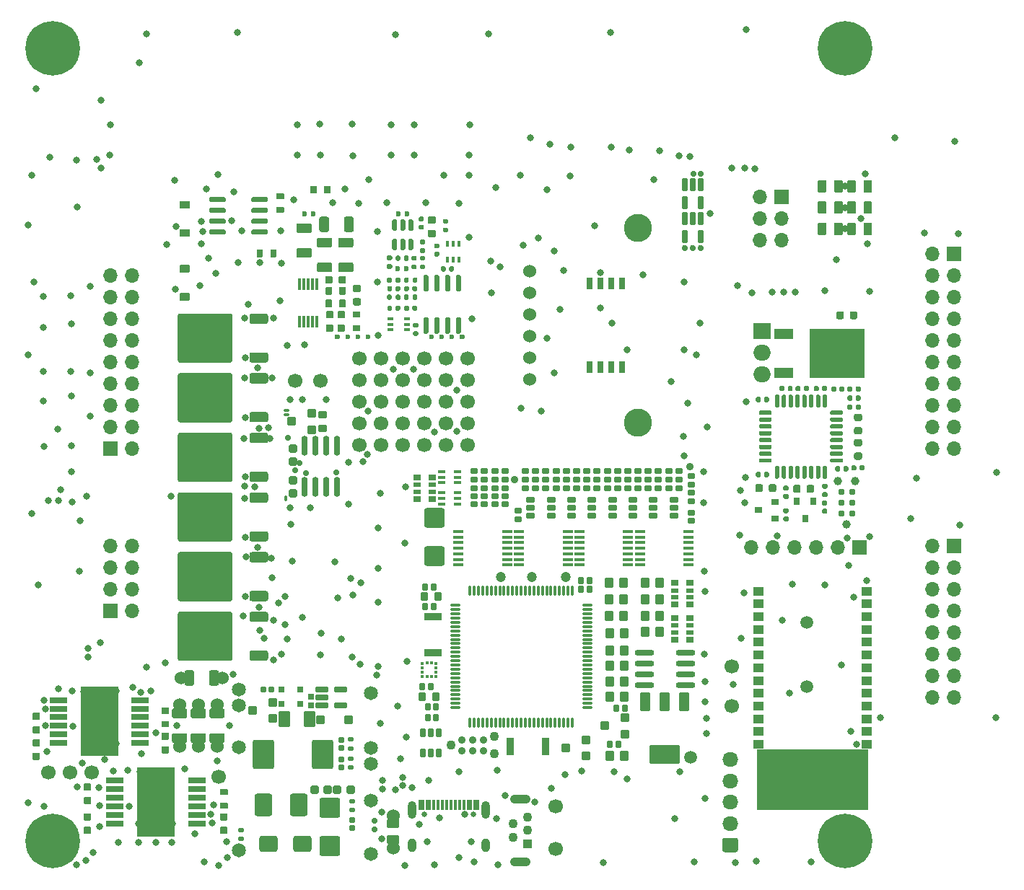
<source format=gts>
G75*
G70*
%OFA0B0*%
%FSLAX25Y25*%
%IPPOS*%
%LPD*%
%AMOC8*
5,1,8,0,0,1.08239X$1,22.5*
%
%AMM116*
21,1,0.027170,0.052760,0.000000,-0.000000,180.000000*
21,1,0.017320,0.062600,0.000000,-0.000000,180.000000*
1,1,0.009840,-0.008660,0.026380*
1,1,0.009840,0.008660,0.026380*
1,1,0.009840,0.008660,-0.026380*
1,1,0.009840,-0.008660,-0.026380*
%
%AMM14*
21,1,0.092130,0.073230,0.000000,0.000000,270.000000*
21,1,0.069290,0.096060,0.000000,0.000000,270.000000*
1,1,0.022840,-0.036610,-0.034650*
1,1,0.022840,-0.036610,0.034650*
1,1,0.022840,0.036610,0.034650*
1,1,0.022840,0.036610,-0.034650*
%
%AMM15*
21,1,0.100000,0.111020,0.000000,0.000000,0.000000*
21,1,0.075590,0.135430,0.000000,0.000000,0.000000*
1,1,0.024410,0.037800,-0.055510*
1,1,0.024410,-0.037800,-0.055510*
1,1,0.024410,-0.037800,0.055510*
1,1,0.024410,0.037800,0.055510*
%
%AMM16*
21,1,0.080320,0.083460,0.000000,0.000000,0.000000*
21,1,0.059840,0.103940,0.000000,0.000000,0.000000*
1,1,0.020470,0.029920,-0.041730*
1,1,0.020470,-0.029920,-0.041730*
1,1,0.020470,-0.029920,0.041730*
1,1,0.020470,0.029920,0.041730*
%
%AMM17*
21,1,0.084250,0.053540,0.000000,0.000000,180.000000*
21,1,0.065350,0.072440,0.000000,0.000000,180.000000*
1,1,0.018900,-0.032680,0.026770*
1,1,0.018900,0.032680,0.026770*
1,1,0.018900,0.032680,-0.026770*
1,1,0.018900,-0.032680,-0.026770*
%
%AMM18*
21,1,0.040950,0.030320,0.000000,0.000000,90.000000*
21,1,0.028350,0.042910,0.000000,0.000000,90.000000*
1,1,0.012600,0.015160,0.014170*
1,1,0.012600,0.015160,-0.014170*
1,1,0.012600,-0.015160,-0.014170*
1,1,0.012600,-0.015160,0.014170*
%
%AMM19*
21,1,0.027170,0.052760,0.000000,0.000000,270.000000*
21,1,0.017320,0.062600,0.000000,0.000000,270.000000*
1,1,0.009840,-0.026380,-0.008660*
1,1,0.009840,-0.026380,0.008660*
1,1,0.009840,0.026380,0.008660*
1,1,0.009840,0.026380,-0.008660*
%
%AMM199*
21,1,0.029530,0.026380,-0.000000,-0.000000,90.000000*
21,1,0.020470,0.035430,-0.000000,-0.000000,90.000000*
1,1,0.009060,0.013190,0.010240*
1,1,0.009060,0.013190,-0.010240*
1,1,0.009060,-0.013190,-0.010240*
1,1,0.009060,-0.013190,0.010240*
%
%AMM20*
21,1,0.041340,0.026770,0.000000,0.000000,0.000000*
21,1,0.029130,0.038980,0.000000,0.000000,0.000000*
1,1,0.012210,0.014570,-0.013390*
1,1,0.012210,-0.014570,-0.013390*
1,1,0.012210,-0.014570,0.013390*
1,1,0.012210,0.014570,0.013390*
%
%AMM200*
21,1,0.021650,0.027950,-0.000000,-0.000000,90.000000*
21,1,0.014170,0.035430,-0.000000,-0.000000,90.000000*
1,1,0.007480,0.013980,0.007090*
1,1,0.007480,0.013980,-0.007090*
1,1,0.007480,-0.013980,-0.007090*
1,1,0.007480,-0.013980,0.007090*
%
%AMM201*
21,1,0.016540,0.028980,-0.000000,-0.000000,270.000000*
21,1,0.010080,0.035430,-0.000000,-0.000000,270.000000*
1,1,0.006460,-0.014490,-0.005040*
1,1,0.006460,-0.014490,0.005040*
1,1,0.006460,0.014490,0.005040*
1,1,0.006460,0.014490,-0.005040*
%
%AMM202*
21,1,0.027560,0.030710,-0.000000,-0.000000,0.000000*
21,1,0.018900,0.039370,-0.000000,-0.000000,0.000000*
1,1,0.008660,0.009450,-0.015350*
1,1,0.008660,-0.009450,-0.015350*
1,1,0.008660,-0.009450,0.015350*
1,1,0.008660,0.009450,0.015350*
%
%AMM203*
21,1,0.031500,0.018900,-0.000000,-0.000000,270.000000*
21,1,0.022840,0.027560,-0.000000,-0.000000,270.000000*
1,1,0.008660,-0.009450,-0.011420*
1,1,0.008660,-0.009450,0.011420*
1,1,0.008660,0.009450,0.011420*
1,1,0.008660,0.009450,-0.011420*
%
%AMM204*
21,1,0.035430,0.072440,-0.000000,-0.000000,270.000000*
21,1,0.025200,0.082680,-0.000000,-0.000000,270.000000*
1,1,0.010240,-0.036220,-0.012600*
1,1,0.010240,-0.036220,0.012600*
1,1,0.010240,0.036220,0.012600*
1,1,0.010240,0.036220,-0.012600*
%
%AMM205*
21,1,0.031500,0.018900,-0.000000,-0.000000,0.000000*
21,1,0.022840,0.027560,-0.000000,-0.000000,0.000000*
1,1,0.008660,0.011420,-0.009450*
1,1,0.008660,-0.011420,-0.009450*
1,1,0.008660,-0.011420,0.009450*
1,1,0.008660,0.011420,0.009450*
%
%AMM206*
21,1,0.027560,0.030710,-0.000000,-0.000000,90.000000*
21,1,0.018900,0.039370,-0.000000,-0.000000,90.000000*
1,1,0.008660,0.015350,0.009450*
1,1,0.008660,0.015350,-0.009450*
1,1,0.008660,-0.015350,-0.009450*
1,1,0.008660,-0.015350,0.009450*
%
%AMM207*
21,1,0.039370,0.030320,-0.000000,-0.000000,90.000000*
21,1,0.028350,0.041340,-0.000000,-0.000000,90.000000*
1,1,0.011020,0.015160,0.014170*
1,1,0.011020,0.015160,-0.014170*
1,1,0.011020,-0.015160,-0.014170*
1,1,0.011020,-0.015160,0.014170*
%
%AMM208*
21,1,0.047240,0.075980,-0.000000,-0.000000,180.000000*
21,1,0.034650,0.088580,-0.000000,-0.000000,180.000000*
1,1,0.012600,-0.017320,0.037990*
1,1,0.012600,0.017320,0.037990*
1,1,0.012600,0.017320,-0.037990*
1,1,0.012600,-0.017320,-0.037990*
%
%AMM209*
21,1,0.043310,0.035430,-0.000000,-0.000000,180.000000*
21,1,0.031500,0.047240,-0.000000,-0.000000,180.000000*
1,1,0.011810,-0.015750,0.017720*
1,1,0.011810,0.015750,0.017720*
1,1,0.011810,0.015750,-0.017720*
1,1,0.011810,-0.015750,-0.017720*
%
%AMM21*
21,1,0.076380,0.036220,0.000000,0.000000,90.000000*
21,1,0.061810,0.050790,0.000000,0.000000,90.000000*
1,1,0.014570,0.018110,0.030910*
1,1,0.014570,0.018110,-0.030910*
1,1,0.014570,-0.018110,-0.030910*
1,1,0.014570,-0.018110,0.030910*
%
%AMM210*
21,1,0.031500,0.030710,-0.000000,-0.000000,180.000000*
21,1,0.022050,0.040160,-0.000000,-0.000000,180.000000*
1,1,0.009450,-0.011020,0.015350*
1,1,0.009450,0.011020,0.015350*
1,1,0.009450,0.011020,-0.015350*
1,1,0.009450,-0.011020,-0.015350*
%
%AMM211*
21,1,0.035430,0.072440,-0.000000,-0.000000,180.000000*
21,1,0.025200,0.082680,-0.000000,-0.000000,180.000000*
1,1,0.010240,-0.012600,0.036220*
1,1,0.010240,0.012600,0.036220*
1,1,0.010240,0.012600,-0.036220*
1,1,0.010240,-0.012600,-0.036220*
%
%AMM212*
21,1,0.141730,0.067720,-0.000000,-0.000000,180.000000*
21,1,0.120870,0.088580,-0.000000,-0.000000,180.000000*
1,1,0.020870,-0.060430,0.033860*
1,1,0.020870,0.060430,0.033860*
1,1,0.020870,0.060430,-0.033860*
1,1,0.020870,-0.060430,-0.033860*
%
%AMM213*
21,1,0.047240,0.075990,-0.000000,-0.000000,180.000000*
21,1,0.034650,0.088580,-0.000000,-0.000000,180.000000*
1,1,0.012600,-0.017320,0.037990*
1,1,0.012600,0.017320,0.037990*
1,1,0.012600,0.017320,-0.037990*
1,1,0.012600,-0.017320,-0.037990*
%
%AMM214*
21,1,0.090550,0.073230,-0.000000,-0.000000,270.000000*
21,1,0.069290,0.094490,-0.000000,-0.000000,270.000000*
1,1,0.021260,-0.036610,-0.034650*
1,1,0.021260,-0.036610,0.034650*
1,1,0.021260,0.036610,0.034650*
1,1,0.021260,0.036610,-0.034650*
%
%AMM22*
21,1,0.038980,0.026770,0.000000,0.000000,0.000000*
21,1,0.026770,0.038980,0.000000,0.000000,0.000000*
1,1,0.012210,0.013390,-0.013390*
1,1,0.012210,-0.013390,-0.013390*
1,1,0.012210,-0.013390,0.013390*
1,1,0.012210,0.013390,0.013390*
%
%AMM23*
21,1,0.021260,0.016540,0.000000,0.000000,270.000000*
21,1,0.012600,0.025200,0.000000,0.000000,270.000000*
1,1,0.008660,-0.008270,-0.006300*
1,1,0.008660,-0.008270,0.006300*
1,1,0.008660,0.008270,0.006300*
1,1,0.008660,0.008270,-0.006300*
%
%AMM24*
21,1,0.029130,0.018900,0.000000,0.000000,90.000000*
21,1,0.018900,0.029130,0.000000,0.000000,90.000000*
1,1,0.010240,0.009450,0.009450*
1,1,0.010240,0.009450,-0.009450*
1,1,0.010240,-0.009450,-0.009450*
1,1,0.010240,-0.009450,0.009450*
%
%AMM25*
21,1,0.025200,0.019680,0.000000,0.000000,0.000000*
21,1,0.015750,0.029130,0.000000,0.000000,0.000000*
1,1,0.009450,0.007870,-0.009840*
1,1,0.009450,-0.007870,-0.009840*
1,1,0.009450,-0.007870,0.009840*
1,1,0.009450,0.007870,0.009840*
%
%AMM252*
21,1,0.040950,0.030320,0.000000,-0.000000,90.000000*
21,1,0.028350,0.042910,0.000000,-0.000000,90.000000*
1,1,0.012600,0.015160,0.014170*
1,1,0.012600,0.015160,-0.014170*
1,1,0.012600,-0.015160,-0.014170*
1,1,0.012600,-0.015160,0.014170*
%
%AMM253*
21,1,0.038980,0.026770,0.000000,-0.000000,270.000000*
21,1,0.026770,0.038980,0.000000,-0.000000,270.000000*
1,1,0.012210,-0.013390,-0.013390*
1,1,0.012210,-0.013390,0.013390*
1,1,0.012210,0.013390,0.013390*
1,1,0.012210,0.013390,-0.013390*
%
%AMM254*
21,1,0.033070,0.030710,0.000000,-0.000000,90.000000*
21,1,0.022050,0.041730,0.000000,-0.000000,90.000000*
1,1,0.011020,0.015350,0.011020*
1,1,0.011020,0.015350,-0.011020*
1,1,0.011020,-0.015350,-0.011020*
1,1,0.011020,-0.015350,0.011020*
%
%AMM26*
21,1,0.025200,0.019680,0.000000,0.000000,270.000000*
21,1,0.015750,0.029130,0.000000,0.000000,270.000000*
1,1,0.009450,-0.009840,-0.007870*
1,1,0.009450,-0.009840,0.007870*
1,1,0.009450,0.009840,0.007870*
1,1,0.009450,0.009840,-0.007870*
%
%ADD11C,0.06693*%
%ADD116M14*%
%ADD117M15*%
%ADD118M16*%
%ADD119M17*%
%ADD120M18*%
%ADD121M19*%
%ADD122M20*%
%ADD123M21*%
%ADD124M22*%
%ADD125M23*%
%ADD126M24*%
%ADD127M25*%
%ADD128M26*%
%ADD129C,0.02913*%
%ADD130C,0.06457*%
%ADD152R,0.02559X0.01575*%
%ADD153R,0.01575X0.02559*%
%ADD156R,0.03543X0.03150*%
%ADD158C,0.05118*%
%ADD160R,0.03150X0.03543*%
%ADD168C,0.03100*%
%ADD171C,0.03900*%
%ADD205O,0.05118X0.01260*%
%ADD206O,0.01260X0.05118*%
%ADD207O,0.04724X0.01575*%
%ADD208C,0.03494*%
%ADD21C,0.03150*%
%ADD211R,0.01772X0.01378*%
%ADD212R,0.01378X0.01772*%
%ADD217O,0.09055X0.02756*%
%ADD22C,0.25197*%
%ADD224C,0.03543*%
%ADD226C,0.04724*%
%ADD227C,0.04294*%
%ADD23C,0.06000*%
%ADD24O,0.07283X0.06693*%
%ADD25C,0.02362*%
%ADD271O,0.02520X0.01535*%
%ADD272O,0.01535X0.02520*%
%ADD297M116*%
%ADD306R,0.01181X0.05512*%
%ADD307R,0.08661X0.04724*%
%ADD308R,0.25197X0.22835*%
%ADD309R,0.07874X0.07500*%
%ADD31R,0.04331X0.04331*%
%ADD310O,0.07874X0.07500*%
%ADD32C,0.04331*%
%ADD33O,0.09449X0.04331*%
%ADD36C,0.05906*%
%ADD408M199*%
%ADD409M200*%
%ADD410M201*%
%ADD411M202*%
%ADD412M203*%
%ADD413M204*%
%ADD414M205*%
%ADD415M206*%
%ADD416M207*%
%ADD417M208*%
%ADD418M209*%
%ADD419M210*%
%ADD420M211*%
%ADD421M212*%
%ADD422M213*%
%ADD423M214*%
%ADD452O,0.02913X0.09213*%
%ADD462M252*%
%ADD463M253*%
%ADD464M254*%
%ADD49O,0.00984X0.01969*%
%ADD51O,0.01969X0.00984*%
%ADD52R,0.05118X0.03937*%
%ADD53R,0.07874X0.02559*%
%ADD54R,0.17717X0.31890*%
%ADD67R,0.01181X0.04528*%
%ADD68O,0.03937X0.08268*%
%ADD69O,0.03937X0.06299*%
%ADD70R,0.06693X0.06693*%
%ADD71O,0.06693X0.06693*%
%ADD72C,0.13000*%
%ADD73R,0.02717X0.05315*%
%ADD78C,0.00472*%
%ADD79C,0.02559*%
X0000000Y0000000D02*
%LPD*%
G01*
D78*
X0390355Y0028504D02*
X0339174Y0028504D01*
X0339174Y0056063D01*
X0390355Y0056063D01*
X0390355Y0028504D01*
G36*
X0390355Y0028504D02*
G01*
X0339174Y0028504D01*
X0339174Y0056063D01*
X0390355Y0056063D01*
X0390355Y0028504D01*
G37*
G36*
G01*
X0380884Y0294119D02*
X0380884Y0299041D01*
G75*
G02*
X0381277Y0299434I0000394J0000000D01*
G01*
X0384427Y0299434D01*
G75*
G02*
X0384821Y0299041I0000000J-000394D01*
G01*
X0384821Y0294119D01*
G75*
G02*
X0384427Y0293726I-000394J0000000D01*
G01*
X0381277Y0293726D01*
G75*
G02*
X0380884Y0294119I0000000J0000394D01*
G01*
G37*
G36*
G01*
X0388364Y0294119D02*
X0388364Y0299041D01*
G75*
G02*
X0388758Y0299434I0000394J0000000D01*
G01*
X0391907Y0299434D01*
G75*
G02*
X0392301Y0299041I0000000J-000394D01*
G01*
X0392301Y0294119D01*
G75*
G02*
X0391907Y0293726I-000394J0000000D01*
G01*
X0388758Y0293726D01*
G75*
G02*
X0388364Y0294119I0000000J0000394D01*
G01*
G37*
G36*
G01*
X0113288Y0295767D02*
X0113288Y0294586D01*
G75*
G02*
X0112697Y0293996I-000591J0000000D01*
G01*
X0106201Y0293996D01*
G75*
G02*
X0105611Y0294586I0000000J0000591D01*
G01*
X0105611Y0295767D01*
G75*
G02*
X0106201Y0296358I0000591J0000000D01*
G01*
X0112697Y0296358D01*
G75*
G02*
X0113288Y0295767I0000000J-000591D01*
G01*
G37*
G36*
G01*
X0113288Y0300767D02*
X0113288Y0299586D01*
G75*
G02*
X0112697Y0298996I-000591J0000000D01*
G01*
X0106201Y0298996D01*
G75*
G02*
X0105611Y0299586I0000000J0000591D01*
G01*
X0105611Y0300767D01*
G75*
G02*
X0106201Y0301358I0000591J0000000D01*
G01*
X0112697Y0301358D01*
G75*
G02*
X0113288Y0300767I0000000J-000591D01*
G01*
G37*
G36*
G01*
X0113288Y0305767D02*
X0113288Y0304586D01*
G75*
G02*
X0112697Y0303996I-000591J0000000D01*
G01*
X0106201Y0303996D01*
G75*
G02*
X0105611Y0304586I0000000J0000591D01*
G01*
X0105611Y0305767D01*
G75*
G02*
X0106201Y0306358I0000591J0000000D01*
G01*
X0112697Y0306358D01*
G75*
G02*
X0113288Y0305767I0000000J-000591D01*
G01*
G37*
G36*
G01*
X0113288Y0310767D02*
X0113288Y0309586D01*
G75*
G02*
X0112697Y0308996I-000591J0000000D01*
G01*
X0106201Y0308996D01*
G75*
G02*
X0105611Y0309586I0000000J0000591D01*
G01*
X0105611Y0310767D01*
G75*
G02*
X0106201Y0311358I0000591J0000000D01*
G01*
X0112697Y0311358D01*
G75*
G02*
X0113288Y0310767I0000000J-000591D01*
G01*
G37*
G36*
G01*
X0093800Y0310767D02*
X0093800Y0309586D01*
G75*
G02*
X0093209Y0308996I-000591J0000000D01*
G01*
X0086713Y0308996D01*
G75*
G02*
X0086122Y0309586I0000000J0000591D01*
G01*
X0086122Y0310767D01*
G75*
G02*
X0086713Y0311358I0000591J0000000D01*
G01*
X0093209Y0311358D01*
G75*
G02*
X0093800Y0310767I0000000J-000591D01*
G01*
G37*
G36*
G01*
X0093800Y0305767D02*
X0093800Y0304586D01*
G75*
G02*
X0093209Y0303996I-000591J0000000D01*
G01*
X0086713Y0303996D01*
G75*
G02*
X0086122Y0304586I0000000J0000591D01*
G01*
X0086122Y0305767D01*
G75*
G02*
X0086713Y0306358I0000591J0000000D01*
G01*
X0093209Y0306358D01*
G75*
G02*
X0093800Y0305767I0000000J-000591D01*
G01*
G37*
G36*
G01*
X0093800Y0300767D02*
X0093800Y0299586D01*
G75*
G02*
X0093209Y0298996I-000591J0000000D01*
G01*
X0086713Y0298996D01*
G75*
G02*
X0086122Y0299586I0000000J0000591D01*
G01*
X0086122Y0300767D01*
G75*
G02*
X0086713Y0301358I0000591J0000000D01*
G01*
X0093209Y0301358D01*
G75*
G02*
X0093800Y0300767I0000000J-000591D01*
G01*
G37*
G36*
G01*
X0093800Y0295767D02*
X0093800Y0294586D01*
G75*
G02*
X0093209Y0293996I-000591J0000000D01*
G01*
X0086713Y0293996D01*
G75*
G02*
X0086122Y0294586I0000000J0000591D01*
G01*
X0086122Y0295767D01*
G75*
G02*
X0086713Y0296358I0000591J0000000D01*
G01*
X0093209Y0296358D01*
G75*
G02*
X0093800Y0295767I0000000J-000591D01*
G01*
G37*
G36*
G01*
X0028583Y0040275D02*
X0031260Y0040275D01*
G75*
G02*
X0031595Y0039941I0000000J-000335D01*
G01*
X0031595Y0037263D01*
G75*
G02*
X0031260Y0036929I-000335J0000000D01*
G01*
X0028583Y0036929D01*
G75*
G02*
X0028248Y0037263I0000000J0000335D01*
G01*
X0028248Y0039941D01*
G75*
G02*
X0028583Y0040275I0000335J0000000D01*
G01*
G37*
G36*
G01*
X0028583Y0034055D02*
X0031260Y0034055D01*
G75*
G02*
X0031595Y0033720I0000000J-000335D01*
G01*
X0031595Y0031043D01*
G75*
G02*
X0031260Y0030708I-000335J0000000D01*
G01*
X0028583Y0030708D01*
G75*
G02*
X0028248Y0031043I0000000J0000335D01*
G01*
X0028248Y0033720D01*
G75*
G02*
X0028583Y0034055I0000335J0000000D01*
G01*
G37*
G36*
G01*
X0380884Y0303962D02*
X0380884Y0308883D01*
G75*
G02*
X0381277Y0309277I0000394J0000000D01*
G01*
X0384427Y0309277D01*
G75*
G02*
X0384821Y0308883I0000000J-000394D01*
G01*
X0384821Y0303962D01*
G75*
G02*
X0384427Y0303568I-000394J0000000D01*
G01*
X0381277Y0303568D01*
G75*
G02*
X0380884Y0303962I0000000J0000394D01*
G01*
G37*
G36*
G01*
X0388364Y0303962D02*
X0388364Y0308883D01*
G75*
G02*
X0388758Y0309277I0000394J0000000D01*
G01*
X0391907Y0309277D01*
G75*
G02*
X0392301Y0308883I0000000J-000394D01*
G01*
X0392301Y0303962D01*
G75*
G02*
X0391907Y0303568I-000394J0000000D01*
G01*
X0388758Y0303568D01*
G75*
G02*
X0388364Y0303962I0000000J0000394D01*
G01*
G37*
G36*
G01*
X0113386Y0155846D02*
X0113386Y0153090D01*
G75*
G02*
X0112402Y0152106I-000984J0000000D01*
G01*
X0105709Y0152106D01*
G75*
G02*
X0104725Y0153090I0000000J0000984D01*
G01*
X0104725Y0155846D01*
G75*
G02*
X0105709Y0156830I0000984J0000000D01*
G01*
X0112402Y0156830D01*
G75*
G02*
X0113386Y0155846I0000000J-000984D01*
G01*
G37*
G36*
G01*
X0096851Y0173878D02*
X0096851Y0153011D01*
G75*
G02*
X0095867Y0152027I-000984J0000000D01*
G01*
X0072638Y0152027D01*
G75*
G02*
X0071654Y0153011I0000000J0000984D01*
G01*
X0071654Y0173878D01*
G75*
G02*
X0072638Y0174862I0000984J0000000D01*
G01*
X0095867Y0174862D01*
G75*
G02*
X0096851Y0173878I0000000J-000984D01*
G01*
G37*
G36*
G01*
X0113386Y0173799D02*
X0113386Y0171043D01*
G75*
G02*
X0112402Y0170059I-000984J0000000D01*
G01*
X0105709Y0170059D01*
G75*
G02*
X0104725Y0171043I0000000J0000984D01*
G01*
X0104725Y0173799D01*
G75*
G02*
X0105709Y0174783I0000984J0000000D01*
G01*
X0112402Y0174783D01*
G75*
G02*
X0113386Y0173799I0000000J-000984D01*
G01*
G37*
D11*
X0327559Y0076043D03*
G36*
G01*
X0113386Y0238523D02*
X0113386Y0235767D01*
G75*
G02*
X0112402Y0234783I-000984J0000000D01*
G01*
X0105709Y0234783D01*
G75*
G02*
X0104725Y0235767I0000000J0000984D01*
G01*
X0104725Y0238523D01*
G75*
G02*
X0105709Y0239508I0000984J0000000D01*
G01*
X0112402Y0239508D01*
G75*
G02*
X0113386Y0238523I0000000J-000984D01*
G01*
G37*
G36*
G01*
X0096851Y0256555D02*
X0096851Y0235689D01*
G75*
G02*
X0095867Y0234704I-000984J0000000D01*
G01*
X0072638Y0234704D01*
G75*
G02*
X0071654Y0235689I0000000J0000984D01*
G01*
X0071654Y0256555D01*
G75*
G02*
X0072638Y0257539I0000984J0000000D01*
G01*
X0095867Y0257539D01*
G75*
G02*
X0096851Y0256555I0000000J-000984D01*
G01*
G37*
G36*
G01*
X0113386Y0256476D02*
X0113386Y0253720D01*
G75*
G02*
X0112402Y0252736I-000984J0000000D01*
G01*
X0105709Y0252736D01*
G75*
G02*
X0104725Y0253720I0000000J0000984D01*
G01*
X0104725Y0256476D01*
G75*
G02*
X0105709Y0257460I0000984J0000000D01*
G01*
X0112402Y0257460D01*
G75*
G02*
X0113386Y0256476I0000000J-000984D01*
G01*
G37*
G36*
G01*
X0113386Y0210964D02*
X0113386Y0208208D01*
G75*
G02*
X0112402Y0207224I-000984J0000000D01*
G01*
X0105709Y0207224D01*
G75*
G02*
X0104725Y0208208I0000000J0000984D01*
G01*
X0104725Y0210964D01*
G75*
G02*
X0105709Y0211949I0000984J0000000D01*
G01*
X0112402Y0211949D01*
G75*
G02*
X0113386Y0210964I0000000J-000984D01*
G01*
G37*
G36*
G01*
X0096851Y0228996D02*
X0096851Y0208130D01*
G75*
G02*
X0095867Y0207145I-000984J0000000D01*
G01*
X0072638Y0207145D01*
G75*
G02*
X0071654Y0208130I0000000J0000984D01*
G01*
X0071654Y0228996D01*
G75*
G02*
X0072638Y0229980I0000984J0000000D01*
G01*
X0095867Y0229980D01*
G75*
G02*
X0096851Y0228996I0000000J-000984D01*
G01*
G37*
G36*
G01*
X0113386Y0228917D02*
X0113386Y0226161D01*
G75*
G02*
X0112402Y0225177I-000984J0000000D01*
G01*
X0105709Y0225177D01*
G75*
G02*
X0104725Y0226161I0000000J0000984D01*
G01*
X0104725Y0228917D01*
G75*
G02*
X0105709Y0229901I0000984J0000000D01*
G01*
X0112402Y0229901D01*
G75*
G02*
X0113386Y0228917I0000000J-000984D01*
G01*
G37*
X0125985Y0226437D03*
G36*
G01*
X0091575Y0026496D02*
X0094252Y0026496D01*
G75*
G02*
X0094587Y0026161I0000000J-000335D01*
G01*
X0094587Y0023484D01*
G75*
G02*
X0094252Y0023149I-000335J0000000D01*
G01*
X0091575Y0023149D01*
G75*
G02*
X0091241Y0023484I0000000J0000335D01*
G01*
X0091241Y0026161D01*
G75*
G02*
X0091575Y0026496I0000335J0000000D01*
G01*
G37*
G36*
G01*
X0091575Y0020275D02*
X0094252Y0020275D01*
G75*
G02*
X0094587Y0019941I0000000J-000335D01*
G01*
X0094587Y0017263D01*
G75*
G02*
X0094252Y0016929I-000335J0000000D01*
G01*
X0091575Y0016929D01*
G75*
G02*
X0091241Y0017263I0000000J0000335D01*
G01*
X0091241Y0019941D01*
G75*
G02*
X0091575Y0020275I0000335J0000000D01*
G01*
G37*
G36*
G01*
X0142057Y0316260D02*
X0142057Y0313189D01*
G75*
G02*
X0141782Y0312913I-000276J0000000D01*
G01*
X0139577Y0312913D01*
G75*
G02*
X0139302Y0313189I0000000J0000276D01*
G01*
X0139302Y0316260D01*
G75*
G02*
X0139577Y0316535I0000276J0000000D01*
G01*
X0141782Y0316535D01*
G75*
G02*
X0142057Y0316260I0000000J-000276D01*
G01*
G37*
G36*
G01*
X0135758Y0316260D02*
X0135758Y0313189D01*
G75*
G02*
X0135483Y0312913I-000276J0000000D01*
G01*
X0133278Y0312913D01*
G75*
G02*
X0133002Y0313189I0000000J0000276D01*
G01*
X0133002Y0316260D01*
G75*
G02*
X0133278Y0316535I0000276J0000000D01*
G01*
X0135483Y0316535D01*
G75*
G02*
X0135758Y0316260I0000000J-000276D01*
G01*
G37*
X0137402Y0226437D03*
G36*
G01*
X0064508Y0063740D02*
X0067185Y0063740D01*
G75*
G02*
X0067520Y0063405I0000000J-000335D01*
G01*
X0067520Y0060728D01*
G75*
G02*
X0067185Y0060393I-000335J0000000D01*
G01*
X0064508Y0060393D01*
G75*
G02*
X0064174Y0060728I0000000J0000335D01*
G01*
X0064174Y0063405D01*
G75*
G02*
X0064508Y0063740I0000335J0000000D01*
G01*
G37*
G36*
G01*
X0064508Y0057519D02*
X0067185Y0057519D01*
G75*
G02*
X0067520Y0057185I0000000J-000335D01*
G01*
X0067520Y0054508D01*
G75*
G02*
X0067185Y0054173I-000335J0000000D01*
G01*
X0064508Y0054173D01*
G75*
G02*
X0064174Y0054508I0000000J0000335D01*
G01*
X0064174Y0057185D01*
G75*
G02*
X0064508Y0057519I0000335J0000000D01*
G01*
G37*
X0021811Y0045334D03*
D21*
X0004331Y0379980D03*
X0007099Y0386661D03*
X0007099Y0373299D03*
X0013780Y0389429D03*
D22*
X0013780Y0379980D03*
D21*
X0013780Y0370531D03*
X0020461Y0386661D03*
X0020461Y0373299D03*
X0023229Y0379980D03*
X0370473Y0379980D03*
X0373240Y0386661D03*
X0373240Y0373299D03*
X0379922Y0389429D03*
D22*
X0379922Y0379980D03*
D21*
X0379922Y0370531D03*
X0386603Y0386661D03*
X0386603Y0373299D03*
X0389370Y0379980D03*
D23*
X0072441Y0076634D03*
G36*
G01*
X0068898Y0071338D02*
X0068898Y0074055D01*
G75*
G02*
X0069804Y0074960I0000906J0000000D01*
G01*
X0075079Y0074960D01*
G75*
G02*
X0075985Y0074055I0000000J-000906D01*
G01*
X0075985Y0071338D01*
G75*
G02*
X0075079Y0070433I-000906J0000000D01*
G01*
X0069804Y0070433D01*
G75*
G02*
X0068898Y0071338I0000000J0000906D01*
G01*
G37*
G36*
G01*
X0068898Y0059921D02*
X0068898Y0062637D01*
G75*
G02*
X0069804Y0063543I0000906J0000000D01*
G01*
X0075079Y0063543D01*
G75*
G02*
X0075985Y0062637I0000000J-000906D01*
G01*
X0075985Y0059921D01*
G75*
G02*
X0075079Y0059015I-000906J0000000D01*
G01*
X0069804Y0059015D01*
G75*
G02*
X0068898Y0059921I0000000J0000906D01*
G01*
G37*
X0072441Y0057342D03*
G36*
G01*
X0367301Y0294119D02*
X0367301Y0299041D01*
G75*
G02*
X0367695Y0299434I0000394J0000000D01*
G01*
X0370844Y0299434D01*
G75*
G02*
X0371238Y0299041I0000000J-000394D01*
G01*
X0371238Y0294119D01*
G75*
G02*
X0370844Y0293726I-000394J0000000D01*
G01*
X0367695Y0293726D01*
G75*
G02*
X0367301Y0294119I0000000J0000394D01*
G01*
G37*
G36*
G01*
X0374781Y0294119D02*
X0374781Y0299041D01*
G75*
G02*
X0375175Y0299434I0000394J0000000D01*
G01*
X0378325Y0299434D01*
G75*
G02*
X0378719Y0299041I0000000J-000394D01*
G01*
X0378719Y0294119D01*
G75*
G02*
X0378325Y0293726I-000394J0000000D01*
G01*
X0375175Y0293726D01*
G75*
G02*
X0374781Y0294119I0000000J0000394D01*
G01*
G37*
G36*
G01*
X0004961Y0072952D02*
X0007638Y0072952D01*
G75*
G02*
X0007973Y0072618I0000000J-000335D01*
G01*
X0007973Y0069941D01*
G75*
G02*
X0007638Y0069606I-000335J0000000D01*
G01*
X0004961Y0069606D01*
G75*
G02*
X0004626Y0069941I0000000J0000335D01*
G01*
X0004626Y0072618D01*
G75*
G02*
X0004961Y0072952I0000335J0000000D01*
G01*
G37*
G36*
G01*
X0004961Y0066732D02*
X0007638Y0066732D01*
G75*
G02*
X0007973Y0066397I0000000J-000335D01*
G01*
X0007973Y0063720D01*
G75*
G02*
X0007638Y0063386I-000335J0000000D01*
G01*
X0004961Y0063386D01*
G75*
G02*
X0004626Y0063720I0000000J0000335D01*
G01*
X0004626Y0066397D01*
G75*
G02*
X0004961Y0066732I0000335J0000000D01*
G01*
G37*
G36*
G01*
X0329430Y0008523D02*
X0324115Y0008523D01*
G75*
G02*
X0323130Y0009508I0000000J0000984D01*
G01*
X0323130Y0014232D01*
G75*
G02*
X0324115Y0015216I0000984J0000000D01*
G01*
X0329430Y0015216D01*
G75*
G02*
X0330414Y0014232I0000000J-000984D01*
G01*
X0330414Y0009508D01*
G75*
G02*
X0329430Y0008523I-000984J0000000D01*
G01*
G37*
D24*
X0326772Y0021712D03*
X0326772Y0031555D03*
X0326772Y0041397D03*
X0326772Y0051240D03*
D11*
X0246063Y0029586D03*
D21*
X0004331Y0013838D03*
X0007099Y0020520D03*
X0007099Y0007157D03*
X0013780Y0023287D03*
D22*
X0013780Y0013838D03*
D21*
X0013780Y0004389D03*
X0020461Y0020520D03*
X0020461Y0007157D03*
X0023229Y0013838D03*
D25*
X0193603Y0246811D03*
X0188878Y0246811D03*
X0198327Y0246811D03*
X0203052Y0246811D03*
X0177619Y0303602D03*
X0173681Y0303602D03*
G36*
G01*
X0117126Y0286830D02*
X0117126Y0283760D01*
G75*
G02*
X0116851Y0283484I-000276J0000000D01*
G01*
X0114646Y0283484D01*
G75*
G02*
X0114370Y0283760I0000000J0000276D01*
G01*
X0114370Y0286830D01*
G75*
G02*
X0114646Y0287106I0000276J0000000D01*
G01*
X0116851Y0287106D01*
G75*
G02*
X0117126Y0286830I0000000J-000276D01*
G01*
G37*
G36*
G01*
X0110827Y0286830D02*
X0110827Y0283760D01*
G75*
G02*
X0110552Y0283484I-000276J0000000D01*
G01*
X0108347Y0283484D01*
G75*
G02*
X0108071Y0283760I0000000J0000276D01*
G01*
X0108071Y0286830D01*
G75*
G02*
X0108347Y0287106I0000276J0000000D01*
G01*
X0110552Y0287106D01*
G75*
G02*
X0110827Y0286830I0000000J-000276D01*
G01*
G37*
D11*
X0011811Y0045334D03*
D31*
X0233268Y0012263D03*
D32*
X0226378Y0015413D03*
X0233268Y0018563D03*
X0226378Y0021712D03*
X0233268Y0024862D03*
D33*
X0229823Y0004193D03*
X0229823Y0032933D03*
D23*
X0081103Y0076634D03*
G36*
G01*
X0077559Y0071338D02*
X0077559Y0074055D01*
G75*
G02*
X0078465Y0074960I0000906J0000000D01*
G01*
X0083741Y0074960D01*
G75*
G02*
X0084646Y0074055I0000000J-000906D01*
G01*
X0084646Y0071338D01*
G75*
G02*
X0083741Y0070433I-000906J0000000D01*
G01*
X0078465Y0070433D01*
G75*
G02*
X0077559Y0071338I0000000J0000906D01*
G01*
G37*
G36*
G01*
X0077559Y0059921D02*
X0077559Y0062637D01*
G75*
G02*
X0078465Y0063543I0000906J0000000D01*
G01*
X0083741Y0063543D01*
G75*
G02*
X0084646Y0062637I0000000J-000906D01*
G01*
X0084646Y0059921D01*
G75*
G02*
X0083741Y0059015I-000906J0000000D01*
G01*
X0078465Y0059015D01*
G75*
G02*
X0077559Y0059921I0000000J0000906D01*
G01*
G37*
X0081103Y0057342D03*
D25*
X0313288Y0287952D03*
X0309548Y0287952D03*
X0305807Y0287952D03*
X0309744Y0322204D03*
X0313288Y0322204D03*
G36*
G01*
X0031260Y0016929D02*
X0028583Y0016929D01*
G75*
G02*
X0028248Y0017263I0000000J0000335D01*
G01*
X0028248Y0019941D01*
G75*
G02*
X0028583Y0020275I0000335J0000000D01*
G01*
X0031260Y0020275D01*
G75*
G02*
X0031595Y0019941I0000000J-000335D01*
G01*
X0031595Y0017263D01*
G75*
G02*
X0031260Y0016929I-000335J0000000D01*
G01*
G37*
G36*
G01*
X0031260Y0023149D02*
X0028583Y0023149D01*
G75*
G02*
X0028248Y0023484I0000000J0000335D01*
G01*
X0028248Y0026161D01*
G75*
G02*
X0028583Y0026496I0000335J0000000D01*
G01*
X0031260Y0026496D01*
G75*
G02*
X0031595Y0026161I0000000J-000335D01*
G01*
X0031595Y0023484D01*
G75*
G02*
X0031260Y0023149I-000335J0000000D01*
G01*
G37*
D11*
X0090552Y0043366D03*
D36*
X0160926Y0082047D03*
X0160926Y0056850D03*
X0160926Y0049370D03*
X0160926Y0032441D03*
D25*
X0162697Y0022992D03*
X0162697Y0019055D03*
D36*
X0160926Y0007834D03*
X0099902Y0083819D03*
X0099902Y0076535D03*
X0099902Y0057047D03*
X0099902Y0009606D03*
G36*
G01*
X0113386Y0100728D02*
X0113386Y0097972D01*
G75*
G02*
X0112402Y0096988I-000984J0000000D01*
G01*
X0105709Y0096988D01*
G75*
G02*
X0104725Y0097972I0000000J0000984D01*
G01*
X0104725Y0100728D01*
G75*
G02*
X0105709Y0101712I0000984J0000000D01*
G01*
X0112402Y0101712D01*
G75*
G02*
X0113386Y0100728I0000000J-000984D01*
G01*
G37*
G36*
G01*
X0096851Y0118760D02*
X0096851Y0097893D01*
G75*
G02*
X0095867Y0096909I-000984J0000000D01*
G01*
X0072638Y0096909D01*
G75*
G02*
X0071654Y0097893I0000000J0000984D01*
G01*
X0071654Y0118760D01*
G75*
G02*
X0072638Y0119744I0000984J0000000D01*
G01*
X0095867Y0119744D01*
G75*
G02*
X0096851Y0118760I0000000J-000984D01*
G01*
G37*
G36*
G01*
X0113386Y0118681D02*
X0113386Y0115925D01*
G75*
G02*
X0112402Y0114941I-000984J0000000D01*
G01*
X0105709Y0114941D01*
G75*
G02*
X0104725Y0115925I0000000J0000984D01*
G01*
X0104725Y0118681D01*
G75*
G02*
X0105709Y0119665I0000984J0000000D01*
G01*
X0112402Y0119665D01*
G75*
G02*
X0113386Y0118681I0000000J-000984D01*
G01*
G37*
D49*
X0121654Y0172008D03*
D51*
X0121851Y0212756D03*
X0121851Y0210787D03*
D25*
X0125985Y0185000D03*
X0128052Y0188445D03*
X0131004Y0183819D03*
X0144981Y0184114D03*
G36*
G01*
X0064311Y0075295D02*
X0067382Y0075295D01*
G75*
G02*
X0067658Y0075019I0000000J-000276D01*
G01*
X0067658Y0072815D01*
G75*
G02*
X0067382Y0072539I-000276J0000000D01*
G01*
X0064311Y0072539D01*
G75*
G02*
X0064036Y0072815I0000000J0000276D01*
G01*
X0064036Y0075019D01*
G75*
G02*
X0064311Y0075295I0000276J0000000D01*
G01*
G37*
G36*
G01*
X0064311Y0068996D02*
X0067382Y0068996D01*
G75*
G02*
X0067658Y0068720I0000000J-000276D01*
G01*
X0067658Y0066515D01*
G75*
G02*
X0067382Y0066240I-000276J0000000D01*
G01*
X0064311Y0066240D01*
G75*
G02*
X0064036Y0066515I0000000J0000276D01*
G01*
X0064036Y0068720D01*
G75*
G02*
X0064311Y0068996I0000276J0000000D01*
G01*
G37*
G36*
G01*
X0113386Y0183405D02*
X0113386Y0180649D01*
G75*
G02*
X0112402Y0179665I-000984J0000000D01*
G01*
X0105709Y0179665D01*
G75*
G02*
X0104725Y0180649I0000000J0000984D01*
G01*
X0104725Y0183405D01*
G75*
G02*
X0105709Y0184389I0000984J0000000D01*
G01*
X0112402Y0184389D01*
G75*
G02*
X0113386Y0183405I0000000J-000984D01*
G01*
G37*
G36*
G01*
X0096851Y0201437D02*
X0096851Y0180571D01*
G75*
G02*
X0095867Y0179586I-000984J0000000D01*
G01*
X0072638Y0179586D01*
G75*
G02*
X0071654Y0180571I0000000J0000984D01*
G01*
X0071654Y0201437D01*
G75*
G02*
X0072638Y0202421I0000984J0000000D01*
G01*
X0095867Y0202421D01*
G75*
G02*
X0096851Y0201437I0000000J-000984D01*
G01*
G37*
G36*
G01*
X0113386Y0201358D02*
X0113386Y0198602D01*
G75*
G02*
X0112402Y0197618I-000984J0000000D01*
G01*
X0105709Y0197618D01*
G75*
G02*
X0104725Y0198602I0000000J0000984D01*
G01*
X0104725Y0201358D01*
G75*
G02*
X0105709Y0202342I0000984J0000000D01*
G01*
X0112402Y0202342D01*
G75*
G02*
X0113386Y0201358I0000000J-000984D01*
G01*
G37*
D52*
X0389764Y0058326D03*
X0389764Y0064232D03*
X0389764Y0070137D03*
X0389764Y0076043D03*
X0389764Y0081949D03*
X0389764Y0087854D03*
X0389764Y0093760D03*
X0389764Y0099665D03*
X0389764Y0105571D03*
X0389764Y0111476D03*
X0389764Y0117382D03*
X0389764Y0123287D03*
X0389764Y0129193D03*
X0339764Y0129193D03*
X0339764Y0123287D03*
X0339764Y0117382D03*
X0339764Y0111476D03*
X0339764Y0105571D03*
X0339764Y0099665D03*
X0339764Y0093760D03*
X0339764Y0087854D03*
X0339764Y0081949D03*
X0339764Y0076043D03*
X0339764Y0070137D03*
X0339764Y0064232D03*
X0339764Y0058326D03*
G36*
G01*
X0367301Y0313804D02*
X0367301Y0318726D01*
G75*
G02*
X0367695Y0319119I0000394J0000000D01*
G01*
X0370844Y0319119D01*
G75*
G02*
X0371238Y0318726I0000000J-000394D01*
G01*
X0371238Y0313804D01*
G75*
G02*
X0370844Y0313411I-000394J0000000D01*
G01*
X0367695Y0313411D01*
G75*
G02*
X0367301Y0313804I0000000J0000394D01*
G01*
G37*
G36*
G01*
X0374781Y0313804D02*
X0374781Y0318726D01*
G75*
G02*
X0375175Y0319119I0000394J0000000D01*
G01*
X0378325Y0319119D01*
G75*
G02*
X0378719Y0318726I0000000J-000394D01*
G01*
X0378719Y0313804D01*
G75*
G02*
X0378325Y0313411I-000394J0000000D01*
G01*
X0375175Y0313411D01*
G75*
G02*
X0374781Y0313804I0000000J0000394D01*
G01*
G37*
D23*
X0089764Y0076634D03*
G36*
G01*
X0086221Y0071338D02*
X0086221Y0074055D01*
G75*
G02*
X0087126Y0074960I0000906J0000000D01*
G01*
X0092402Y0074960D01*
G75*
G02*
X0093307Y0074055I0000000J-000906D01*
G01*
X0093307Y0071338D01*
G75*
G02*
X0092402Y0070433I-000906J0000000D01*
G01*
X0087126Y0070433D01*
G75*
G02*
X0086221Y0071338I0000000J0000906D01*
G01*
G37*
G36*
G01*
X0086221Y0059921D02*
X0086221Y0062637D01*
G75*
G02*
X0087126Y0063543I0000906J0000000D01*
G01*
X0092402Y0063543D01*
G75*
G02*
X0093307Y0062637I0000000J-000906D01*
G01*
X0093307Y0059921D01*
G75*
G02*
X0092402Y0059015I-000906J0000000D01*
G01*
X0087126Y0059015D01*
G75*
G02*
X0086221Y0059921I0000000J0000906D01*
G01*
G37*
X0089764Y0057342D03*
D11*
X0155512Y0196752D03*
X0155512Y0206752D03*
X0155512Y0216752D03*
X0155512Y0226752D03*
X0155512Y0236752D03*
X0165512Y0196752D03*
X0165512Y0206752D03*
X0165512Y0216752D03*
X0165512Y0226752D03*
X0165512Y0236752D03*
X0175512Y0196752D03*
X0175512Y0206752D03*
X0175512Y0216752D03*
X0175512Y0226752D03*
X0175512Y0236752D03*
X0246063Y0009901D03*
D23*
X0171160Y0025549D03*
G36*
G01*
X0168700Y0023758D02*
X0173621Y0023758D01*
G75*
G02*
X0174015Y0023364I0000000J-000394D01*
G01*
X0174015Y0020215D01*
G75*
G02*
X0173621Y0019821I-000394J0000000D01*
G01*
X0168700Y0019821D01*
G75*
G02*
X0168306Y0020215I0000000J0000394D01*
G01*
X0168306Y0023364D01*
G75*
G02*
X0168700Y0023758I0000394J0000000D01*
G01*
G37*
G36*
G01*
X0168700Y0016278D02*
X0173621Y0016278D01*
G75*
G02*
X0174015Y0015884I0000000J-000394D01*
G01*
X0174015Y0012734D01*
G75*
G02*
X0173621Y0012341I-000394J0000000D01*
G01*
X0168700Y0012341D01*
G75*
G02*
X0168306Y0012734I0000000J0000394D01*
G01*
X0168306Y0015884D01*
G75*
G02*
X0168700Y0016278I0000394J0000000D01*
G01*
G37*
X0171160Y0010549D03*
G36*
G01*
X0117363Y0313051D02*
X0120433Y0313051D01*
G75*
G02*
X0120709Y0312775I0000000J-000276D01*
G01*
X0120709Y0310571D01*
G75*
G02*
X0120433Y0310295I-000276J0000000D01*
G01*
X0117363Y0310295D01*
G75*
G02*
X0117087Y0310571I0000000J0000276D01*
G01*
X0117087Y0312775D01*
G75*
G02*
X0117363Y0313051I0000276J0000000D01*
G01*
G37*
G36*
G01*
X0117363Y0306752D02*
X0120433Y0306752D01*
G75*
G02*
X0120709Y0306476I0000000J-000276D01*
G01*
X0120709Y0304271D01*
G75*
G02*
X0120433Y0303996I-000276J0000000D01*
G01*
X0117363Y0303996D01*
G75*
G02*
X0117087Y0304271I0000000J0000276D01*
G01*
X0117087Y0306476D01*
G75*
G02*
X0117363Y0306752I0000276J0000000D01*
G01*
G37*
G36*
G01*
X0076811Y0292972D02*
X0072796Y0292972D01*
G75*
G02*
X0072441Y0293326I0000000J0000354D01*
G01*
X0072441Y0296161D01*
G75*
G02*
X0072796Y0296515I0000354J0000000D01*
G01*
X0076811Y0296515D01*
G75*
G02*
X0077166Y0296161I0000000J-000354D01*
G01*
X0077166Y0293326D01*
G75*
G02*
X0076811Y0292972I-000354J0000000D01*
G01*
G37*
G36*
G01*
X0076811Y0305964D02*
X0072796Y0305964D01*
G75*
G02*
X0072441Y0306319I0000000J0000354D01*
G01*
X0072441Y0309153D01*
G75*
G02*
X0072796Y0309508I0000354J0000000D01*
G01*
X0076811Y0309508D01*
G75*
G02*
X0077166Y0309153I0000000J-000354D01*
G01*
X0077166Y0306319D01*
G75*
G02*
X0076811Y0305964I-000354J0000000D01*
G01*
G37*
G36*
G01*
X0380884Y0313804D02*
X0380884Y0318726D01*
G75*
G02*
X0381277Y0319119I0000394J0000000D01*
G01*
X0384427Y0319119D01*
G75*
G02*
X0384821Y0318726I0000000J-000394D01*
G01*
X0384821Y0313804D01*
G75*
G02*
X0384427Y0313411I-000394J0000000D01*
G01*
X0381277Y0313411D01*
G75*
G02*
X0380884Y0313804I0000000J0000394D01*
G01*
G37*
G36*
G01*
X0388364Y0313804D02*
X0388364Y0318726D01*
G75*
G02*
X0388758Y0319119I0000394J0000000D01*
G01*
X0391907Y0319119D01*
G75*
G02*
X0392301Y0318726I0000000J-000394D01*
G01*
X0392301Y0313804D01*
G75*
G02*
X0391907Y0313411I-000394J0000000D01*
G01*
X0388758Y0313411D01*
G75*
G02*
X0388364Y0313804I0000000J0000394D01*
G01*
G37*
G36*
G01*
X0367301Y0303962D02*
X0367301Y0308883D01*
G75*
G02*
X0367695Y0309277I0000394J0000000D01*
G01*
X0370844Y0309277D01*
G75*
G02*
X0371238Y0308883I0000000J-000394D01*
G01*
X0371238Y0303962D01*
G75*
G02*
X0370844Y0303568I-000394J0000000D01*
G01*
X0367695Y0303568D01*
G75*
G02*
X0367301Y0303962I0000000J0000394D01*
G01*
G37*
G36*
G01*
X0374781Y0303962D02*
X0374781Y0308883D01*
G75*
G02*
X0375175Y0309277I0000394J0000000D01*
G01*
X0378325Y0309277D01*
G75*
G02*
X0378719Y0308883I0000000J-000394D01*
G01*
X0378719Y0303962D01*
G75*
G02*
X0378325Y0303568I-000394J0000000D01*
G01*
X0375175Y0303568D01*
G75*
G02*
X0374781Y0303962I0000000J0000394D01*
G01*
G37*
D53*
X0016536Y0078799D03*
X0016536Y0074862D03*
X0016536Y0070925D03*
X0016536Y0066988D03*
X0016536Y0063051D03*
X0016536Y0059114D03*
X0054331Y0059114D03*
X0054331Y0063051D03*
X0054331Y0066988D03*
X0054331Y0070925D03*
X0054331Y0074862D03*
X0054331Y0078799D03*
D54*
X0035433Y0068956D03*
D53*
X0042619Y0041555D03*
X0042619Y0037618D03*
X0042619Y0033681D03*
X0042619Y0029744D03*
X0042619Y0025807D03*
X0042619Y0021870D03*
X0080414Y0021870D03*
X0080414Y0025807D03*
X0080414Y0029744D03*
X0080414Y0033681D03*
X0080414Y0037618D03*
X0080414Y0041555D03*
D54*
X0061516Y0031712D03*
D11*
X0327559Y0094547D03*
G36*
G01*
X0113386Y0128287D02*
X0113386Y0125531D01*
G75*
G02*
X0112402Y0124547I-000984J0000000D01*
G01*
X0105709Y0124547D01*
G75*
G02*
X0104725Y0125531I0000000J0000984D01*
G01*
X0104725Y0128287D01*
G75*
G02*
X0105709Y0129271I0000984J0000000D01*
G01*
X0112402Y0129271D01*
G75*
G02*
X0113386Y0128287I0000000J-000984D01*
G01*
G37*
G36*
G01*
X0096851Y0146319D02*
X0096851Y0125452D01*
G75*
G02*
X0095867Y0124468I-000984J0000000D01*
G01*
X0072638Y0124468D01*
G75*
G02*
X0071654Y0125452I0000000J0000984D01*
G01*
X0071654Y0146319D01*
G75*
G02*
X0072638Y0147303I0000984J0000000D01*
G01*
X0095867Y0147303D01*
G75*
G02*
X0096851Y0146319I0000000J-000984D01*
G01*
G37*
G36*
G01*
X0113386Y0146240D02*
X0113386Y0143484D01*
G75*
G02*
X0112402Y0142500I-000984J0000000D01*
G01*
X0105709Y0142500D01*
G75*
G02*
X0104725Y0143484I0000000J0000984D01*
G01*
X0104725Y0146240D01*
G75*
G02*
X0105709Y0147224I0000984J0000000D01*
G01*
X0112402Y0147224D01*
G75*
G02*
X0113386Y0146240I0000000J-000984D01*
G01*
G37*
D79*
X0185473Y0026063D03*
X0208229Y0026063D03*
D67*
X0183662Y0030256D03*
X0186811Y0030256D03*
X0191930Y0030256D03*
X0195867Y0030256D03*
X0197835Y0030256D03*
X0201772Y0030256D03*
X0206890Y0030256D03*
X0210040Y0030256D03*
X0208859Y0030256D03*
X0205709Y0030256D03*
X0203741Y0030256D03*
X0199804Y0030256D03*
X0193898Y0030256D03*
X0189961Y0030256D03*
X0187993Y0030256D03*
X0184843Y0030256D03*
D68*
X0179843Y0028031D03*
D69*
X0179843Y0011574D03*
D68*
X0213859Y0028031D03*
D69*
X0213859Y0011574D03*
D21*
X0370473Y0013838D03*
X0373240Y0020520D03*
X0373240Y0007157D03*
X0379922Y0023287D03*
D22*
X0379922Y0013838D03*
D21*
X0379922Y0004389D03*
X0386603Y0020520D03*
X0386603Y0007157D03*
X0389370Y0013838D03*
D25*
X0150099Y0246811D03*
X0145374Y0246811D03*
X0154823Y0246811D03*
X0159548Y0246811D03*
X0134115Y0303602D03*
X0130178Y0303602D03*
D23*
X0073032Y0089035D03*
G36*
G01*
X0078327Y0085492D02*
X0075611Y0085492D01*
G75*
G02*
X0074705Y0086397I0000000J0000906D01*
G01*
X0074705Y0091673D01*
G75*
G02*
X0075611Y0092578I0000906J0000000D01*
G01*
X0078327Y0092578D01*
G75*
G02*
X0079233Y0091673I0000000J-000906D01*
G01*
X0079233Y0086397D01*
G75*
G02*
X0078327Y0085492I-000906J0000000D01*
G01*
G37*
G36*
G01*
X0089745Y0085492D02*
X0087028Y0085492D01*
G75*
G02*
X0086122Y0086397I0000000J0000906D01*
G01*
X0086122Y0091673D01*
G75*
G02*
X0087028Y0092578I0000906J0000000D01*
G01*
X0089745Y0092578D01*
G75*
G02*
X0090650Y0091673I0000000J-000906D01*
G01*
X0090650Y0086397D01*
G75*
G02*
X0089745Y0085492I-000906J0000000D01*
G01*
G37*
X0092323Y0089035D03*
G36*
G01*
X0076811Y0263445D02*
X0072796Y0263445D01*
G75*
G02*
X0072441Y0263799I0000000J0000354D01*
G01*
X0072441Y0266634D01*
G75*
G02*
X0072796Y0266988I0000354J0000000D01*
G01*
X0076811Y0266988D01*
G75*
G02*
X0077166Y0266634I0000000J-000354D01*
G01*
X0077166Y0263799D01*
G75*
G02*
X0076811Y0263445I-000354J0000000D01*
G01*
G37*
G36*
G01*
X0076811Y0276437D02*
X0072796Y0276437D01*
G75*
G02*
X0072441Y0276791I0000000J0000354D01*
G01*
X0072441Y0279626D01*
G75*
G02*
X0072796Y0279980I0000354J0000000D01*
G01*
X0076811Y0279980D01*
G75*
G02*
X0077166Y0279626I0000000J-000354D01*
G01*
X0077166Y0276791D01*
G75*
G02*
X0076811Y0276437I-000354J0000000D01*
G01*
G37*
D70*
X0386418Y0149271D03*
D71*
X0376418Y0149271D03*
X0366418Y0149271D03*
X0356418Y0149271D03*
X0346418Y0149271D03*
X0336418Y0149271D03*
G36*
G01*
X0091378Y0037657D02*
X0094449Y0037657D01*
G75*
G02*
X0094725Y0037382I0000000J-000276D01*
G01*
X0094725Y0035177D01*
G75*
G02*
X0094449Y0034901I-000276J0000000D01*
G01*
X0091378Y0034901D01*
G75*
G02*
X0091103Y0035177I0000000J0000276D01*
G01*
X0091103Y0037382D01*
G75*
G02*
X0091378Y0037657I0000276J0000000D01*
G01*
G37*
G36*
G01*
X0091378Y0031358D02*
X0094449Y0031358D01*
G75*
G02*
X0094725Y0031082I0000000J-000276D01*
G01*
X0094725Y0028878D01*
G75*
G02*
X0094449Y0028602I-000276J0000000D01*
G01*
X0091378Y0028602D01*
G75*
G02*
X0091103Y0028878I0000000J0000276D01*
G01*
X0091103Y0031082D01*
G75*
G02*
X0091378Y0031358I0000276J0000000D01*
G01*
G37*
D72*
X0284265Y0297027D03*
X0284265Y0207027D03*
D73*
X0276864Y0271486D03*
X0276864Y0232736D03*
X0271864Y0232736D03*
X0266864Y0232736D03*
X0261864Y0232736D03*
D23*
X0234265Y0277027D03*
D73*
X0261864Y0271486D03*
X0266864Y0271486D03*
D23*
X0234265Y0267027D03*
D73*
X0271864Y0271486D03*
D23*
X0234265Y0257027D03*
X0234265Y0247027D03*
X0234265Y0237027D03*
X0234265Y0227027D03*
D11*
X0031811Y0045334D03*
G36*
G01*
X0007638Y0051181D02*
X0004961Y0051181D01*
G75*
G02*
X0004626Y0051515I0000000J0000335D01*
G01*
X0004626Y0054193D01*
G75*
G02*
X0004961Y0054527I0000335J0000000D01*
G01*
X0007638Y0054527D01*
G75*
G02*
X0007973Y0054193I0000000J-000335D01*
G01*
X0007973Y0051515D01*
G75*
G02*
X0007638Y0051181I-000335J0000000D01*
G01*
G37*
G36*
G01*
X0007638Y0057401D02*
X0004961Y0057401D01*
G75*
G02*
X0004626Y0057736I0000000J0000335D01*
G01*
X0004626Y0060413D01*
G75*
G02*
X0004961Y0060748I0000335J0000000D01*
G01*
X0007638Y0060748D01*
G75*
G02*
X0007973Y0060413I0000000J-000335D01*
G01*
X0007973Y0057736D01*
G75*
G02*
X0007638Y0057401I-000335J0000000D01*
G01*
G37*
X0185512Y0196752D03*
X0185512Y0206752D03*
X0185512Y0216752D03*
X0185512Y0226752D03*
X0185512Y0236752D03*
X0195512Y0196752D03*
X0195512Y0206752D03*
X0195512Y0216752D03*
X0195512Y0226752D03*
X0195512Y0236752D03*
X0205512Y0196752D03*
X0205512Y0206752D03*
X0205512Y0216752D03*
X0205512Y0226752D03*
X0205512Y0236752D03*
D36*
X0362205Y0085099D03*
X0362205Y0114626D03*
D70*
X0430119Y0285019D03*
D71*
X0420119Y0285019D03*
X0430119Y0275019D03*
X0420119Y0275019D03*
X0430119Y0265019D03*
X0420119Y0265019D03*
X0430119Y0255019D03*
X0420119Y0255019D03*
X0430119Y0245019D03*
X0420119Y0245019D03*
X0430119Y0235019D03*
X0420119Y0235019D03*
X0430119Y0225019D03*
X0420119Y0225019D03*
X0430119Y0215019D03*
X0420119Y0215019D03*
X0430119Y0205019D03*
X0420119Y0205019D03*
X0430119Y0195019D03*
X0420119Y0195019D03*
D70*
X0350374Y0311456D03*
D71*
X0340374Y0311456D03*
X0350374Y0301456D03*
X0340374Y0301456D03*
X0350374Y0291456D03*
X0340374Y0291456D03*
D70*
X0040670Y0119980D03*
D71*
X0050670Y0119980D03*
X0040670Y0129980D03*
X0050670Y0129980D03*
X0040670Y0139980D03*
X0050670Y0139980D03*
X0040670Y0149980D03*
X0050670Y0149980D03*
D70*
X0040630Y0195019D03*
D71*
X0050630Y0195019D03*
X0040630Y0205019D03*
X0050630Y0205019D03*
X0040630Y0215019D03*
X0050630Y0215019D03*
X0040630Y0225019D03*
X0050630Y0225019D03*
X0040630Y0235019D03*
X0050630Y0235019D03*
X0040630Y0245019D03*
X0050630Y0245019D03*
X0040630Y0255019D03*
X0050630Y0255019D03*
X0040630Y0265019D03*
X0050630Y0265019D03*
X0040630Y0275019D03*
X0050630Y0275019D03*
D70*
X0430119Y0149980D03*
D71*
X0420119Y0149980D03*
X0430119Y0139980D03*
X0420119Y0139980D03*
X0430119Y0129980D03*
X0420119Y0129980D03*
X0430119Y0119980D03*
X0420119Y0119980D03*
X0430119Y0109980D03*
X0420119Y0109980D03*
X0430119Y0099980D03*
X0420119Y0099980D03*
X0430119Y0089980D03*
X0420119Y0089980D03*
X0430119Y0079980D03*
X0420119Y0079980D03*
D21*
X0090158Y0321712D03*
X0252756Y0320925D03*
X0140158Y0217775D03*
X0299607Y0226043D03*
X0096654Y0300256D03*
X0155906Y0095334D03*
X0061418Y0046122D03*
X0035827Y0082736D03*
X0143307Y0308720D03*
X0094095Y0013445D03*
X0035433Y0020531D03*
X0012599Y0329783D03*
X0048426Y0046515D03*
X0040150Y0330580D03*
X0391339Y0267775D03*
X0316142Y0205177D03*
X0007033Y0132098D03*
X0029467Y0058802D03*
X0027559Y0049665D03*
X0258268Y0046122D03*
X0314961Y0100059D03*
X0009410Y0265535D03*
X0061418Y0021712D03*
X0144145Y0142649D03*
X0130315Y0242972D03*
X0364174Y0003996D03*
X0432050Y0294480D03*
X0085827Y0283130D03*
X0024804Y0002815D03*
X0201575Y0308326D03*
X0009818Y0196180D03*
X0207087Y0013445D03*
X0054331Y0045728D03*
X0168111Y0308720D03*
X0311024Y0238248D03*
X0416550Y0294580D03*
X0124410Y0142972D03*
X0389348Y0322171D03*
X0208662Y0003996D03*
X0108662Y0232342D03*
X0025050Y0306880D03*
X0028347Y0082736D03*
X0280350Y0333080D03*
X0115355Y0227618D03*
X0250000Y0277224D03*
X0310237Y0003996D03*
X0099213Y0387460D03*
X0053544Y0021712D03*
X0176772Y0177224D03*
X0449650Y0070580D03*
X0305155Y0200846D03*
X0190158Y0002815D03*
X0164174Y0158326D03*
X0166142Y0037854D03*
X0194489Y0321319D03*
X0264174Y0298090D03*
X0114146Y0199635D03*
X0119489Y0280767D03*
X0022244Y0265610D03*
X0006300Y0361476D03*
X0022531Y0219243D03*
X0183071Y0021319D03*
X0170350Y0344880D03*
X0231103Y0289035D03*
X0009607Y0216988D03*
X0123622Y0167775D03*
X0391339Y0154389D03*
X0315748Y0063445D03*
X0022441Y0252815D03*
X0101969Y0117775D03*
X0066659Y0289468D03*
X0053544Y0013051D03*
X0346063Y0267382D03*
X0102363Y0227618D03*
X0396150Y0070680D03*
X0432950Y0159880D03*
X0035827Y0058720D03*
X0206650Y0344780D03*
X0180950Y0330680D03*
X0095670Y0066988D03*
X0119292Y0295728D03*
X0338977Y0004389D03*
X0305512Y0191594D03*
X0378347Y0094941D03*
X0125197Y0309901D03*
X0069292Y0021712D03*
X0449750Y0184080D03*
X0177397Y0096753D03*
X0081890Y0270531D03*
X0315355Y0033523D03*
X0137599Y0099862D03*
X0271654Y0387460D03*
X0087008Y0026043D03*
X0082678Y0300059D03*
X0412950Y0181380D03*
X0070079Y0318956D03*
X0245670Y0286279D03*
X0097638Y0313838D03*
X0050788Y0084704D03*
X0115987Y0115771D03*
X0430550Y0337080D03*
X0032678Y0008326D03*
X0187008Y0013445D03*
X0009877Y0078563D03*
X0165748Y0014626D03*
X0243650Y0335880D03*
X0043229Y0083167D03*
X0151575Y0135098D03*
X0163780Y0272106D03*
X0002643Y0031441D03*
X0190158Y0202815D03*
X0291405Y0319480D03*
X0156300Y0133130D03*
X0026250Y0138480D03*
X0200394Y0203208D03*
X0104331Y0261673D03*
X0294350Y0332880D03*
X0022441Y0196319D03*
X0022540Y0184311D03*
X0152650Y0330480D03*
X0266930Y0259901D03*
X0219292Y0046515D03*
X0061418Y0013051D03*
X0218504Y0315807D03*
X0150394Y0188641D03*
X0041798Y0046056D03*
X0145473Y0126043D03*
X0164174Y0247303D03*
X0011024Y0055177D03*
X0314961Y0138248D03*
X0234450Y0338780D03*
X0150394Y0169350D03*
X0108662Y0149271D03*
X0107087Y0177502D03*
X0239370Y0212263D03*
X0334252Y0388641D03*
X0180950Y0344780D03*
X0303150Y0330280D03*
X0380709Y0153602D03*
X0084843Y0315216D03*
X0054725Y0053996D03*
X0242126Y0246122D03*
X0266864Y0276437D03*
X0022244Y0230571D03*
X0314567Y0184311D03*
X0004089Y0165016D03*
X0102166Y0199626D03*
X0206150Y0330680D03*
X0381496Y0141004D03*
X0026573Y0161752D03*
X0218898Y0024074D03*
X0331890Y0107539D03*
X0177166Y0061870D03*
X0354331Y0081949D03*
X0102363Y0177618D03*
X0102363Y0172106D03*
X0308050Y0330180D03*
X0017559Y0176163D03*
X0206300Y0321319D03*
X0314567Y0170137D03*
X0402850Y0338580D03*
X0114961Y0144547D03*
X0370473Y0131949D03*
X0004331Y0321319D03*
X0337008Y0266988D03*
X0207481Y0255177D03*
X0022835Y0083130D03*
X0219685Y0002815D03*
X0009410Y0251043D03*
X0333465Y0170137D03*
X0137350Y0344980D03*
X0118898Y0263445D03*
X0356693Y0267382D03*
X0186221Y0308720D03*
X0348622Y0154586D03*
X0109056Y0121712D03*
X0053731Y0373453D03*
X0245670Y0229980D03*
X0094489Y0005964D03*
X0410250Y0162580D03*
X0351575Y0267382D03*
X0132715Y0167573D03*
X0333071Y0128405D03*
X0074804Y0046909D03*
X0370473Y0268169D03*
X0040450Y0344680D03*
X0009410Y0230571D03*
X0215355Y0386673D03*
X0271850Y0334380D03*
X0155119Y0308326D03*
X0355512Y0132342D03*
X0206300Y0292578D03*
X0043307Y0058720D03*
X0159843Y0319350D03*
X0172029Y0386235D03*
X0315355Y0087460D03*
X0334252Y0216594D03*
X0037721Y0051297D03*
X0068898Y0013051D03*
X0387144Y0301339D03*
X0229922Y0321319D03*
X0328347Y0085886D03*
X0126750Y0330580D03*
X0137450Y0330680D03*
X0102363Y0255374D03*
X0307087Y0216200D03*
X0164174Y0139823D03*
X0163780Y0295334D03*
X0109056Y0204389D03*
X0303544Y0045728D03*
X0126850Y0344780D03*
X0165891Y0026888D03*
X0089764Y0050846D03*
X0350788Y0115807D03*
X0024804Y0328405D03*
X0248032Y0259508D03*
X0170250Y0330680D03*
X0103150Y0144941D03*
X0061615Y0063641D03*
X0025197Y0038641D03*
X0242126Y0314626D03*
X0315355Y0078011D03*
X0165355Y0068169D03*
X0286615Y0275256D03*
X0176378Y0151240D03*
X0057087Y0386673D03*
X0253050Y0334380D03*
X0152050Y0344980D03*
X0317582Y0303664D03*
X0315748Y0070531D03*
X0079528Y0016988D03*
X0044095Y0013051D03*
X0389764Y0133917D03*
X0121260Y0113641D03*
X0002363Y0298484D03*
X0165355Y0174468D03*
X0083901Y0003928D03*
X0129134Y0217775D03*
X0089174Y0276043D03*
X0273229Y0045728D03*
X0129331Y0117185D03*
X0115748Y0255374D03*
X0329134Y0003602D03*
X0009843Y0029586D03*
X0087402Y0021936D03*
X0200682Y0222124D03*
X0390333Y0289663D03*
X0272048Y0253208D03*
X0331103Y0154915D03*
X0331549Y0175681D03*
X0312993Y0253208D03*
X0175390Y0043023D03*
X0230315Y0213838D03*
X0238189Y0292539D03*
X0250394Y0044547D03*
X0383859Y0126437D03*
X0166339Y0041791D03*
X0244061Y0038051D03*
X0070473Y0268563D03*
X0070867Y0297697D03*
X0082678Y0289823D03*
X0083326Y0295328D03*
X0029134Y0004783D03*
X0148819Y0315019D03*
X0036350Y0356080D03*
X0330315Y0270493D03*
X0375985Y0282539D03*
X0333959Y0181555D03*
X0379900Y0306423D03*
X0379900Y0316265D03*
X0379900Y0296580D03*
X0086453Y0108251D03*
X0078389Y0108368D03*
X0092126Y0140610D03*
X0087008Y0135492D03*
X0077953Y0171319D03*
X0077953Y0164626D03*
X0077953Y0190610D03*
X0074400Y0196614D03*
X0073819Y0226240D03*
X0078150Y0221909D03*
X0078347Y0250059D03*
X0074410Y0253996D03*
X0192520Y0024468D03*
X0204308Y0025986D03*
X0174607Y0051751D03*
X0301181Y0024074D03*
X0268111Y0003602D03*
X0180552Y0231752D03*
X0173032Y0076043D03*
X0171260Y0231555D03*
X0097216Y0090702D03*
X0172244Y0037263D03*
X0163652Y0090411D03*
X0164174Y0094547D03*
X0164174Y0124074D03*
X0152363Y0127224D03*
X0152041Y0098721D03*
X0065748Y0096122D03*
X0121260Y0126830D03*
X0109449Y0280964D03*
X0099410Y0280964D03*
X0035809Y0105239D03*
X0022858Y0170496D03*
X0016142Y0204193D03*
X0122048Y0107145D03*
X0031350Y0209980D03*
X0031150Y0229980D03*
X0137900Y0109600D03*
X0030250Y0102680D03*
X0011811Y0170925D03*
X0002559Y0238248D03*
X0031350Y0269980D03*
X0147080Y0107198D03*
X0016480Y0171122D03*
X0030250Y0098880D03*
X0005119Y0271909D03*
X0118111Y0123681D03*
X0119685Y0100059D03*
X0101142Y0295711D03*
X0115748Y0097303D03*
X0054528Y0082342D03*
X0057087Y0094155D03*
X0016536Y0083917D03*
X0176378Y0002421D03*
X0090552Y0002421D03*
X0279046Y0042266D03*
X0071260Y0066988D03*
X0010655Y0074751D03*
X0179723Y0038267D03*
X0035040Y0038248D03*
X0088189Y0030374D03*
X0059056Y0083130D03*
X0068550Y0172980D03*
X0029650Y0173080D03*
X0157087Y0189035D03*
X0305512Y0272106D03*
X0279134Y0240610D03*
X0305512Y0240610D03*
X0115158Y0135492D03*
X0123819Y0160098D03*
X0113386Y0204586D03*
X0123426Y0217775D03*
X0122244Y0242578D03*
X0222790Y0034705D03*
X0382481Y0064232D03*
X0236615Y0031555D03*
X0385040Y0058326D03*
X0327552Y0324724D03*
X0201575Y0005964D03*
X0201575Y0045728D03*
X0034095Y0328738D03*
X0333465Y0324724D03*
X0036024Y0324860D03*
X0338189Y0324468D03*
X0187499Y0041770D03*
X0159449Y0212263D03*
X0175393Y0039283D03*
X0159134Y0192339D03*
X0010630Y0066988D03*
X0023130Y0066830D03*
X0049213Y0029586D03*
X0035433Y0029980D03*
X0216142Y0281555D03*
X0220609Y0279132D03*
X0216368Y0266962D03*
X0102756Y0237067D03*
X0102953Y0209480D03*
X0102953Y0181910D03*
X0102953Y0153974D03*
X0102953Y0126792D03*
X0111418Y0107541D03*
X0109449Y0111082D03*
X0315355Y0129193D03*
X0096899Y0004802D02*
G01*
G75*
D116*
X0141978Y0029169D02*
D03*
X0141978Y0011452D02*
D03*
D117*
X0138651Y0053621D02*
D03*
X0111289Y0053621D02*
D03*
D118*
X0127411Y0030393D02*
D03*
X0111269Y0030393D02*
D03*
D119*
X0129182Y0012282D02*
D03*
X0113434Y0012282D02*
D03*
D120*
X0106243Y0074060D02*
D03*
X0115495Y0070320D02*
D03*
D120*
X0115495Y0077800D02*
D03*
D121*
X0138330Y0083739D02*
D03*
D121*
X0138330Y0079999D02*
D03*
X0138330Y0076259D02*
D03*
X0146794Y0076259D02*
D03*
X0146794Y0083739D02*
D03*
D122*
X0150646Y0069738D02*
D03*
X0137654Y0069738D02*
D03*
D123*
X0132360Y0070026D02*
D03*
X0120942Y0070026D02*
D03*
D124*
X0151545Y0037479D02*
D03*
X0145324Y0037479D02*
D03*
X0140954Y0037479D02*
D03*
X0134734Y0037479D02*
D03*
D125*
X0100868Y0014590D02*
D03*
X0100868Y0018724D02*
D03*
X0151423Y0056464D02*
D03*
X0151423Y0060598D02*
D03*
X0151423Y0051751D02*
D03*
X0151423Y0047617D02*
D03*
X0152315Y0032102D02*
D03*
X0152315Y0027968D02*
D03*
D126*
X0133212Y0076309D02*
D03*
X0133212Y0080246D02*
D03*
X0119537Y0077211D02*
D03*
X0128198Y0077211D02*
D03*
X0119537Y0083608D02*
D03*
X0128198Y0083608D02*
D03*
D127*
X0111164Y0083739D02*
D03*
X0114708Y0083739D02*
D03*
D128*
X0147165Y0060401D02*
D03*
X0147165Y0056857D02*
D03*
X0147165Y0051357D02*
D03*
X0147165Y0047814D02*
D03*
X0152315Y0019801D02*
D03*
X0152315Y0023345D02*
D03*
D129*
X0162647Y0022912D02*
D03*
X0162647Y0018975D02*
D03*
D130*
X0099852Y0076455D02*
D03*
X0099852Y0009526D02*
D03*
X0099852Y0056967D02*
D03*
X0160875Y0056770D02*
D03*
X0160875Y0081967D02*
D03*
X0160875Y0032361D02*
D03*
X0160875Y0049290D02*
D03*
X0160875Y0007755D02*
D03*
X0099852Y0083739D02*
D03*
X0303002Y0323306D02*
G01*
G75*
D297*
X0313226Y0308601D02*
D03*
X0305746Y0308601D02*
D03*
X0305746Y0317066D02*
D03*
X0309486Y0317066D02*
D03*
X0313226Y0292952D02*
D03*
X0305746Y0292952D02*
D03*
X0305746Y0301416D02*
D03*
X0309486Y0301416D02*
D03*
D297*
X0313226Y0317066D02*
D03*
X0313226Y0301416D02*
D03*
D129*
X0313238Y0287873D02*
D03*
X0309498Y0287873D02*
D03*
X0305758Y0287873D02*
D03*
X0309695Y0322125D02*
D03*
X0313238Y0322125D02*
D03*
X0166387Y0304998D02*
%LPD*%
G01*
D25*
X0193552Y0246730D03*
X0188828Y0246730D03*
X0198277Y0246730D03*
X0203001Y0246730D03*
X0177568Y0303522D03*
X0173631Y0303522D03*
G36*
G01*
X0184005Y0287557D02*
X0185462Y0287557D01*
G75*
G02*
X0185993Y0287026I0000000J-000531D01*
G01*
X0185993Y0285963D01*
G75*
G02*
X0185462Y0285431I-000531J0000000D01*
G01*
X0184005Y0285431D01*
G75*
G02*
X0183474Y0285963I0000000J0000531D01*
G01*
X0183474Y0287026D01*
G75*
G02*
X0184005Y0287557I0000531J0000000D01*
G01*
G37*
G36*
G01*
X0184005Y0291573D02*
X0185462Y0291573D01*
G75*
G02*
X0185993Y0291041I0000000J-000531D01*
G01*
X0185993Y0289978D01*
G75*
G02*
X0185462Y0289447I-000531J0000000D01*
G01*
X0184005Y0289447D01*
G75*
G02*
X0183474Y0289978I0000000J0000531D01*
G01*
X0183474Y0291041D01*
G75*
G02*
X0184005Y0291573I0000531J0000000D01*
G01*
G37*
G36*
G01*
X0168316Y0264309D02*
X0168316Y0265766D01*
G75*
G02*
X0168848Y0266297I0000531J0000000D01*
G01*
X0169911Y0266297D01*
G75*
G02*
X0170442Y0265766I0000000J-000531D01*
G01*
X0170442Y0264309D01*
G75*
G02*
X0169911Y0263778I-000531J0000000D01*
G01*
X0168848Y0263778D01*
G75*
G02*
X0168316Y0264309I0000000J0000531D01*
G01*
G37*
G36*
G01*
X0172332Y0264309D02*
X0172332Y0265766D01*
G75*
G02*
X0172863Y0266297I0000531J0000000D01*
G01*
X0173926Y0266297D01*
G75*
G02*
X0174458Y0265766I0000000J-000531D01*
G01*
X0174458Y0264309D01*
G75*
G02*
X0173926Y0263778I-000531J0000000D01*
G01*
X0172863Y0263778D01*
G75*
G02*
X0172332Y0264309I0000000J0000531D01*
G01*
G37*
G36*
G01*
X0200659Y0275281D02*
X0201840Y0275281D01*
G75*
G02*
X0202430Y0274691I0000000J-000591D01*
G01*
X0202430Y0268195D01*
G75*
G02*
X0201840Y0267604I-000591J0000000D01*
G01*
X0200659Y0267604D01*
G75*
G02*
X0200068Y0268195I0000000J0000591D01*
G01*
X0200068Y0274691D01*
G75*
G02*
X0200659Y0275281I0000591J0000000D01*
G01*
G37*
G36*
G01*
X0195659Y0275281D02*
X0196840Y0275281D01*
G75*
G02*
X0197430Y0274691I0000000J-000591D01*
G01*
X0197430Y0268195D01*
G75*
G02*
X0196840Y0267604I-000591J0000000D01*
G01*
X0195659Y0267604D01*
G75*
G02*
X0195068Y0268195I0000000J0000591D01*
G01*
X0195068Y0274691D01*
G75*
G02*
X0195659Y0275281I0000591J0000000D01*
G01*
G37*
G36*
G01*
X0190659Y0275281D02*
X0191840Y0275281D01*
G75*
G02*
X0192430Y0274691I0000000J-000591D01*
G01*
X0192430Y0268195D01*
G75*
G02*
X0191840Y0267604I-000591J0000000D01*
G01*
X0190659Y0267604D01*
G75*
G02*
X0190068Y0268195I0000000J0000591D01*
G01*
X0190068Y0274691D01*
G75*
G02*
X0190659Y0275281I0000591J0000000D01*
G01*
G37*
G36*
G01*
X0185659Y0275281D02*
X0186840Y0275281D01*
G75*
G02*
X0187430Y0274691I0000000J-000591D01*
G01*
X0187430Y0268195D01*
G75*
G02*
X0186840Y0267604I-000591J0000000D01*
G01*
X0185659Y0267604D01*
G75*
G02*
X0185068Y0268195I0000000J0000591D01*
G01*
X0185068Y0274691D01*
G75*
G02*
X0185659Y0275281I0000591J0000000D01*
G01*
G37*
G36*
G01*
X0185659Y0255793D02*
X0186840Y0255793D01*
G75*
G02*
X0187430Y0255203I0000000J-000591D01*
G01*
X0187430Y0248707D01*
G75*
G02*
X0186840Y0248116I-000591J0000000D01*
G01*
X0185659Y0248116D01*
G75*
G02*
X0185068Y0248707I0000000J0000591D01*
G01*
X0185068Y0255203D01*
G75*
G02*
X0185659Y0255793I0000591J0000000D01*
G01*
G37*
G36*
G01*
X0190659Y0255793D02*
X0191840Y0255793D01*
G75*
G02*
X0192430Y0255203I0000000J-000591D01*
G01*
X0192430Y0248707D01*
G75*
G02*
X0191840Y0248116I-000591J0000000D01*
G01*
X0190659Y0248116D01*
G75*
G02*
X0190068Y0248707I0000000J0000591D01*
G01*
X0190068Y0255203D01*
G75*
G02*
X0190659Y0255793I0000591J0000000D01*
G01*
G37*
G36*
G01*
X0195659Y0255793D02*
X0196840Y0255793D01*
G75*
G02*
X0197430Y0255203I0000000J-000591D01*
G01*
X0197430Y0248707D01*
G75*
G02*
X0196840Y0248116I-000591J0000000D01*
G01*
X0195659Y0248116D01*
G75*
G02*
X0195068Y0248707I0000000J0000591D01*
G01*
X0195068Y0255203D01*
G75*
G02*
X0195659Y0255793I0000591J0000000D01*
G01*
G37*
G36*
G01*
X0200659Y0255793D02*
X0201840Y0255793D01*
G75*
G02*
X0202430Y0255203I0000000J-000591D01*
G01*
X0202430Y0248707D01*
G75*
G02*
X0201840Y0248116I-000591J0000000D01*
G01*
X0200659Y0248116D01*
G75*
G02*
X0200068Y0248707I0000000J0000591D01*
G01*
X0200068Y0255203D01*
G75*
G02*
X0200659Y0255793I0000591J0000000D01*
G01*
G37*
D153*
X0201387Y0289801D03*
X0198828Y0289801D03*
X0196269Y0289801D03*
X0196269Y0282321D03*
X0198828Y0282321D03*
X0201387Y0282321D03*
G36*
G01*
X0182299Y0273640D02*
X0182299Y0272183D01*
G75*
G02*
X0181767Y0271652I-000531J0000000D01*
G01*
X0180704Y0271652D01*
G75*
G02*
X0180173Y0272183I0000000J0000531D01*
G01*
X0180173Y0273640D01*
G75*
G02*
X0180704Y0274171I0000531J0000000D01*
G01*
X0181767Y0274171D01*
G75*
G02*
X0182299Y0273640I0000000J-000531D01*
G01*
G37*
G36*
G01*
X0178283Y0273640D02*
X0178283Y0272183D01*
G75*
G02*
X0177752Y0271652I-000531J0000000D01*
G01*
X0176689Y0271652D01*
G75*
G02*
X0176157Y0272183I0000000J0000531D01*
G01*
X0176157Y0273640D01*
G75*
G02*
X0176689Y0274171I0000531J0000000D01*
G01*
X0177752Y0274171D01*
G75*
G02*
X0178283Y0273640I0000000J-000531D01*
G01*
G37*
G36*
G01*
X0176236Y0268305D02*
X0176236Y0269644D01*
G75*
G02*
X0176787Y0270195I0000551J0000000D01*
G01*
X0177889Y0270195D01*
G75*
G02*
X0178441Y0269644I0000000J-000551D01*
G01*
X0178441Y0268305D01*
G75*
G02*
X0177889Y0267754I-000551J0000000D01*
G01*
X0176787Y0267754D01*
G75*
G02*
X0176236Y0268305I0000000J0000551D01*
G01*
G37*
G36*
G01*
X0180015Y0268305D02*
X0180015Y0269644D01*
G75*
G02*
X0180567Y0270195I0000551J0000000D01*
G01*
X0181669Y0270195D01*
G75*
G02*
X0182220Y0269644I0000000J-000551D01*
G01*
X0182220Y0268305D01*
G75*
G02*
X0181669Y0267754I-000551J0000000D01*
G01*
X0180567Y0267754D01*
G75*
G02*
X0180015Y0268305I0000000J0000551D01*
G01*
G37*
G36*
G01*
X0168316Y0272183D02*
X0168316Y0273640D01*
G75*
G02*
X0168848Y0274171I0000531J0000000D01*
G01*
X0169911Y0274171D01*
G75*
G02*
X0170442Y0273640I0000000J-000531D01*
G01*
X0170442Y0272183D01*
G75*
G02*
X0169911Y0271652I-000531J0000000D01*
G01*
X0168848Y0271652D01*
G75*
G02*
X0168316Y0272183I0000000J0000531D01*
G01*
G37*
G36*
G01*
X0172332Y0272183D02*
X0172332Y0273640D01*
G75*
G02*
X0172863Y0274171I0000531J0000000D01*
G01*
X0173926Y0274171D01*
G75*
G02*
X0174458Y0273640I0000000J-000531D01*
G01*
X0174458Y0272183D01*
G75*
G02*
X0173926Y0271652I-000531J0000000D01*
G01*
X0172863Y0271652D01*
G75*
G02*
X0172332Y0272183I0000000J0000531D01*
G01*
G37*
G36*
G01*
X0174379Y0260589D02*
X0174379Y0259250D01*
G75*
G02*
X0173828Y0258699I-000551J0000000D01*
G01*
X0172726Y0258699D01*
G75*
G02*
X0172174Y0259250I0000000J0000551D01*
G01*
X0172174Y0260589D01*
G75*
G02*
X0172726Y0261140I0000551J0000000D01*
G01*
X0173828Y0261140D01*
G75*
G02*
X0174379Y0260589I0000000J-000551D01*
G01*
G37*
G36*
G01*
X0170600Y0260589D02*
X0170600Y0259250D01*
G75*
G02*
X0170048Y0258699I-000551J0000000D01*
G01*
X0168946Y0258699D01*
G75*
G02*
X0168395Y0259250I0000000J0000551D01*
G01*
X0168395Y0260589D01*
G75*
G02*
X0168946Y0261140I0000551J0000000D01*
G01*
X0170048Y0261140D01*
G75*
G02*
X0170600Y0260589I0000000J-000551D01*
G01*
G37*
G36*
G01*
X0178237Y0283718D02*
X0178237Y0282380D01*
G75*
G02*
X0177686Y0281829I-000551J0000000D01*
G01*
X0176584Y0281829D01*
G75*
G02*
X0176033Y0282380I0000000J0000551D01*
G01*
X0176033Y0283718D01*
G75*
G02*
X0176584Y0284270I0000551J0000000D01*
G01*
X0177686Y0284270D01*
G75*
G02*
X0178237Y0283718I0000000J-000551D01*
G01*
G37*
G36*
G01*
X0174458Y0283718D02*
X0174458Y0282380D01*
G75*
G02*
X0173907Y0281829I-000551J0000000D01*
G01*
X0172804Y0281829D01*
G75*
G02*
X0172253Y0282380I0000000J0000551D01*
G01*
X0172253Y0283718D01*
G75*
G02*
X0172804Y0284270I0000551J0000000D01*
G01*
X0173907Y0284270D01*
G75*
G02*
X0174458Y0283718I0000000J-000551D01*
G01*
G37*
G36*
G01*
X0181485Y0277951D02*
X0180029Y0277951D01*
G75*
G02*
X0179497Y0278482I0000000J0000531D01*
G01*
X0179497Y0279545D01*
G75*
G02*
X0180029Y0280077I0000531J0000000D01*
G01*
X0181485Y0280077D01*
G75*
G02*
X0182017Y0279545I0000000J-000531D01*
G01*
X0182017Y0278482D01*
G75*
G02*
X0181485Y0277951I-000531J0000000D01*
G01*
G37*
G36*
G01*
X0181485Y0281967D02*
X0180029Y0281967D01*
G75*
G02*
X0179497Y0282498I0000000J0000531D01*
G01*
X0179497Y0283561D01*
G75*
G02*
X0180029Y0284092I0000531J0000000D01*
G01*
X0181485Y0284092D01*
G75*
G02*
X0182017Y0283561I0000000J-000531D01*
G01*
X0182017Y0282498D01*
G75*
G02*
X0181485Y0281967I-000531J0000000D01*
G01*
G37*
G36*
G01*
X0182214Y0247124D02*
X0180875Y0247124D01*
G75*
G02*
X0180324Y0247675I0000000J0000551D01*
G01*
X0180324Y0248778D01*
G75*
G02*
X0180875Y0249329I0000551J0000000D01*
G01*
X0182214Y0249329D01*
G75*
G02*
X0182765Y0248778I0000000J-000551D01*
G01*
X0182765Y0247675D01*
G75*
G02*
X0182214Y0247124I-000551J0000000D01*
G01*
G37*
G36*
G01*
X0182214Y0250904D02*
X0180875Y0250904D01*
G75*
G02*
X0180324Y0251455I0000000J0000551D01*
G01*
X0180324Y0252557D01*
G75*
G02*
X0180875Y0253108I0000551J0000000D01*
G01*
X0182214Y0253108D01*
G75*
G02*
X0182765Y0252557I0000000J-000551D01*
G01*
X0182765Y0251455D01*
G75*
G02*
X0182214Y0250904I-000551J0000000D01*
G01*
G37*
G36*
G01*
X0187977Y0296179D02*
X0189994Y0296179D01*
G75*
G02*
X0190856Y0295318I0000000J-000861D01*
G01*
X0190856Y0293595D01*
G75*
G02*
X0189994Y0292734I-000861J0000000D01*
G01*
X0187977Y0292734D01*
G75*
G02*
X0187115Y0293595I0000000J0000861D01*
G01*
X0187115Y0295318D01*
G75*
G02*
X0187977Y0296179I0000861J0000000D01*
G01*
G37*
G36*
G01*
X0187977Y0302380D02*
X0189994Y0302380D01*
G75*
G02*
X0190856Y0301519I0000000J-000861D01*
G01*
X0190856Y0299796D01*
G75*
G02*
X0189994Y0298935I-000861J0000000D01*
G01*
X0187977Y0298935D01*
G75*
G02*
X0187115Y0299796I0000000J0000861D01*
G01*
X0187115Y0301519D01*
G75*
G02*
X0187977Y0302380I0000861J0000000D01*
G01*
G37*
G36*
G01*
X0193198Y0277400D02*
X0193198Y0278738D01*
G75*
G02*
X0193749Y0279289I0000551J0000000D01*
G01*
X0194852Y0279289D01*
G75*
G02*
X0195403Y0278738I0000000J-000551D01*
G01*
X0195403Y0277400D01*
G75*
G02*
X0194852Y0276848I-000551J0000000D01*
G01*
X0193749Y0276848D01*
G75*
G02*
X0193198Y0277400I0000000J0000551D01*
G01*
G37*
G36*
G01*
X0196978Y0277400D02*
X0196978Y0278738D01*
G75*
G02*
X0197529Y0279289I0000551J0000000D01*
G01*
X0198631Y0279289D01*
G75*
G02*
X0199182Y0278738I0000000J-000551D01*
G01*
X0199182Y0277400D01*
G75*
G02*
X0198631Y0276848I-000551J0000000D01*
G01*
X0197529Y0276848D01*
G75*
G02*
X0196978Y0277400I0000000J0000551D01*
G01*
G37*
G36*
G01*
X0196052Y0295037D02*
X0194596Y0295037D01*
G75*
G02*
X0194064Y0295569I0000000J0000531D01*
G01*
X0194064Y0296632D01*
G75*
G02*
X0194596Y0297163I0000531J0000000D01*
G01*
X0196052Y0297163D01*
G75*
G02*
X0196584Y0296632I0000000J-000531D01*
G01*
X0196584Y0295569D01*
G75*
G02*
X0196052Y0295037I-000531J0000000D01*
G01*
G37*
G36*
G01*
X0196052Y0299053D02*
X0194596Y0299053D01*
G75*
G02*
X0194064Y0299585I0000000J0000531D01*
G01*
X0194064Y0300648D01*
G75*
G02*
X0194596Y0301179I0000531J0000000D01*
G01*
X0196052Y0301179D01*
G75*
G02*
X0196584Y0300648I0000000J-000531D01*
G01*
X0196584Y0299585D01*
G75*
G02*
X0196052Y0299053I-000531J0000000D01*
G01*
G37*
G36*
G01*
X0183966Y0284092D02*
X0185422Y0284092D01*
G75*
G02*
X0185954Y0283561I0000000J-000531D01*
G01*
X0185954Y0282498D01*
G75*
G02*
X0185422Y0281967I-000531J0000000D01*
G01*
X0183966Y0281967D01*
G75*
G02*
X0183434Y0282498I0000000J0000531D01*
G01*
X0183434Y0283561D01*
G75*
G02*
X0183966Y0284092I0000531J0000000D01*
G01*
G37*
G36*
G01*
X0183966Y0280077D02*
X0185422Y0280077D01*
G75*
G02*
X0185954Y0279545I0000000J-000531D01*
G01*
X0185954Y0278482D01*
G75*
G02*
X0185422Y0277951I-000531J0000000D01*
G01*
X0183966Y0277951D01*
G75*
G02*
X0183434Y0278482I0000000J0000531D01*
G01*
X0183434Y0279545D01*
G75*
G02*
X0183966Y0280077I0000531J0000000D01*
G01*
G37*
G36*
G01*
X0178175Y0278955D02*
X0178175Y0277498D01*
G75*
G02*
X0177644Y0276967I-000531J0000000D01*
G01*
X0176581Y0276967D01*
G75*
G02*
X0176049Y0277498I0000000J0000531D01*
G01*
X0176049Y0278955D01*
G75*
G02*
X0176581Y0279486I0000531J0000000D01*
G01*
X0177644Y0279486D01*
G75*
G02*
X0178175Y0278955I0000000J-000531D01*
G01*
G37*
G36*
G01*
X0174159Y0278955D02*
X0174159Y0277498D01*
G75*
G02*
X0173628Y0276967I-000531J0000000D01*
G01*
X0172565Y0276967D01*
G75*
G02*
X0172034Y0277498I0000000J0000531D01*
G01*
X0172034Y0278955D01*
G75*
G02*
X0172565Y0279486I0000531J0000000D01*
G01*
X0173628Y0279486D01*
G75*
G02*
X0174159Y0278955I0000000J-000531D01*
G01*
G37*
G36*
G01*
X0184773Y0296297D02*
X0183434Y0296297D01*
G75*
G02*
X0182883Y0296848I0000000J0000551D01*
G01*
X0182883Y0297951D01*
G75*
G02*
X0183434Y0298502I0000551J0000000D01*
G01*
X0184773Y0298502D01*
G75*
G02*
X0185324Y0297951I0000000J-000551D01*
G01*
X0185324Y0296848D01*
G75*
G02*
X0184773Y0296297I-000551J0000000D01*
G01*
G37*
G36*
G01*
X0184773Y0300077D02*
X0183434Y0300077D01*
G75*
G02*
X0182883Y0300628I0000000J0000551D01*
G01*
X0182883Y0301730D01*
G75*
G02*
X0183434Y0302281I0000551J0000000D01*
G01*
X0184773Y0302281D01*
G75*
G02*
X0185324Y0301730I0000000J-000551D01*
G01*
X0185324Y0300628D01*
G75*
G02*
X0184773Y0300077I-000551J0000000D01*
G01*
G37*
G36*
G01*
X0176236Y0259250D02*
X0176236Y0260589D01*
G75*
G02*
X0176787Y0261140I0000551J0000000D01*
G01*
X0177889Y0261140D01*
G75*
G02*
X0178441Y0260589I0000000J-000551D01*
G01*
X0178441Y0259250D01*
G75*
G02*
X0177889Y0258699I-000551J0000000D01*
G01*
X0176787Y0258699D01*
G75*
G02*
X0176236Y0259250I0000000J0000551D01*
G01*
G37*
G36*
G01*
X0180015Y0259250D02*
X0180015Y0260589D01*
G75*
G02*
X0180567Y0261140I0000551J0000000D01*
G01*
X0181669Y0261140D01*
G75*
G02*
X0182220Y0260589I0000000J-000551D01*
G01*
X0182220Y0259250D01*
G75*
G02*
X0181669Y0258699I-000551J0000000D01*
G01*
X0180567Y0258699D01*
G75*
G02*
X0180015Y0259250I0000000J0000551D01*
G01*
G37*
G36*
G01*
X0168710Y0284270D02*
X0170167Y0284270D01*
G75*
G02*
X0170698Y0283738I0000000J-000531D01*
G01*
X0170698Y0282675D01*
G75*
G02*
X0170167Y0282144I-000531J0000000D01*
G01*
X0168710Y0282144D01*
G75*
G02*
X0168178Y0282675I0000000J0000531D01*
G01*
X0168178Y0283738D01*
G75*
G02*
X0168710Y0284270I0000531J0000000D01*
G01*
G37*
G36*
G01*
X0168710Y0280254D02*
X0170167Y0280254D01*
G75*
G02*
X0170698Y0279722I0000000J-000531D01*
G01*
X0170698Y0278659D01*
G75*
G02*
X0170167Y0278128I-000531J0000000D01*
G01*
X0168710Y0278128D01*
G75*
G02*
X0168178Y0278659I0000000J0000531D01*
G01*
X0168178Y0279722D01*
G75*
G02*
X0168710Y0280254I0000531J0000000D01*
G01*
G37*
D152*
X0169930Y0255011D03*
X0169930Y0252452D03*
X0169930Y0249893D03*
X0177411Y0249893D03*
X0177411Y0252452D03*
X0177411Y0255011D03*
G36*
G01*
X0178716Y0300960D02*
X0179897Y0300960D01*
G75*
G02*
X0180488Y0300369I0000000J-000591D01*
G01*
X0180488Y0296334D01*
G75*
G02*
X0179897Y0295743I-000591J0000000D01*
G01*
X0178716Y0295743D01*
G75*
G02*
X0178126Y0296334I0000000J0000591D01*
G01*
X0178126Y0300369D01*
G75*
G02*
X0178716Y0300960I0000591J0000000D01*
G01*
G37*
G36*
G01*
X0174976Y0300960D02*
X0176157Y0300960D01*
G75*
G02*
X0176748Y0300369I0000000J-000591D01*
G01*
X0176748Y0296334D01*
G75*
G02*
X0176157Y0295743I-000591J0000000D01*
G01*
X0174976Y0295743D01*
G75*
G02*
X0174385Y0296334I0000000J0000591D01*
G01*
X0174385Y0300369D01*
G75*
G02*
X0174976Y0300960I0000591J0000000D01*
G01*
G37*
G36*
G01*
X0171236Y0300960D02*
X0172417Y0300960D01*
G75*
G02*
X0173007Y0300369I0000000J-000591D01*
G01*
X0173007Y0296334D01*
G75*
G02*
X0172417Y0295743I-000591J0000000D01*
G01*
X0171236Y0295743D01*
G75*
G02*
X0170645Y0296334I0000000J0000591D01*
G01*
X0170645Y0300369D01*
G75*
G02*
X0171236Y0300960I0000591J0000000D01*
G01*
G37*
G36*
G01*
X0171236Y0292003D02*
X0172417Y0292003D01*
G75*
G02*
X0173007Y0291413I0000000J-000591D01*
G01*
X0173007Y0287377D01*
G75*
G02*
X0172417Y0286787I-000591J0000000D01*
G01*
X0171236Y0286787D01*
G75*
G02*
X0170645Y0287377I0000000J0000591D01*
G01*
X0170645Y0291413D01*
G75*
G02*
X0171236Y0292003I0000591J0000000D01*
G01*
G37*
G36*
G01*
X0174976Y0292003D02*
X0176157Y0292003D01*
G75*
G02*
X0176748Y0291413I0000000J-000591D01*
G01*
X0176748Y0287377D01*
G75*
G02*
X0176157Y0286787I-000591J0000000D01*
G01*
X0174976Y0286787D01*
G75*
G02*
X0174385Y0287377I0000000J0000591D01*
G01*
X0174385Y0291413D01*
G75*
G02*
X0174976Y0292003I0000591J0000000D01*
G01*
G37*
G36*
G01*
X0178716Y0292003D02*
X0179897Y0292003D01*
G75*
G02*
X0180488Y0291413I0000000J-000591D01*
G01*
X0180488Y0287377D01*
G75*
G02*
X0179897Y0286787I-000591J0000000D01*
G01*
X0178716Y0286787D01*
G75*
G02*
X0178126Y0287377I0000000J0000591D01*
G01*
X0178126Y0291413D01*
G75*
G02*
X0178716Y0292003I0000591J0000000D01*
G01*
G37*
G36*
G01*
X0190600Y0289841D02*
X0191938Y0289841D01*
G75*
G02*
X0192489Y0289289I0000000J-000551D01*
G01*
X0192489Y0288187D01*
G75*
G02*
X0191938Y0287636I-000551J0000000D01*
G01*
X0190600Y0287636D01*
G75*
G02*
X0190048Y0288187I0000000J0000551D01*
G01*
X0190048Y0289289D01*
G75*
G02*
X0190600Y0289841I0000551J0000000D01*
G01*
G37*
G36*
G01*
X0190600Y0286061D02*
X0191938Y0286061D01*
G75*
G02*
X0192489Y0285510I0000000J-000551D01*
G01*
X0192489Y0284407D01*
G75*
G02*
X0191938Y0283856I-000551J0000000D01*
G01*
X0190600Y0283856D01*
G75*
G02*
X0190048Y0284407I0000000J0000551D01*
G01*
X0190048Y0285510D01*
G75*
G02*
X0190600Y0286061I0000551J0000000D01*
G01*
G37*
G36*
G01*
X0168395Y0268305D02*
X0168395Y0269644D01*
G75*
G02*
X0168946Y0270195I0000551J0000000D01*
G01*
X0170048Y0270195D01*
G75*
G02*
X0170600Y0269644I0000000J-000551D01*
G01*
X0170600Y0268305D01*
G75*
G02*
X0170048Y0267754I-000551J0000000D01*
G01*
X0168946Y0267754D01*
G75*
G02*
X0168395Y0268305I0000000J0000551D01*
G01*
G37*
G36*
G01*
X0172174Y0268305D02*
X0172174Y0269644D01*
G75*
G02*
X0172726Y0270195I0000551J0000000D01*
G01*
X0173828Y0270195D01*
G75*
G02*
X0174379Y0269644I0000000J-000551D01*
G01*
X0174379Y0268305D01*
G75*
G02*
X0173828Y0267754I-000551J0000000D01*
G01*
X0172726Y0267754D01*
G75*
G02*
X0172174Y0268305I0000000J0000551D01*
G01*
G37*
G36*
G01*
X0176157Y0264309D02*
X0176157Y0265766D01*
G75*
G02*
X0176689Y0266297I0000531J0000000D01*
G01*
X0177752Y0266297D01*
G75*
G02*
X0178283Y0265766I0000000J-000531D01*
G01*
X0178283Y0264309D01*
G75*
G02*
X0177752Y0263778I-000531J0000000D01*
G01*
X0176689Y0263778D01*
G75*
G02*
X0176157Y0264309I0000000J0000531D01*
G01*
G37*
G36*
G01*
X0180173Y0264309D02*
X0180173Y0265766D01*
G75*
G02*
X0180704Y0266297I0000531J0000000D01*
G01*
X0181767Y0266297D01*
G75*
G02*
X0182299Y0265766I0000000J-000531D01*
G01*
X0182299Y0264309D01*
G75*
G02*
X0181767Y0263778I-000531J0000000D01*
G01*
X0180704Y0263778D01*
G75*
G02*
X0180173Y0264309I0000000J0000531D01*
G01*
G37*
X0122883Y0304998D02*
%LPD*%
G01*
D25*
X0150048Y0246730D03*
X0145324Y0246730D03*
X0154773Y0246730D03*
X0159497Y0246730D03*
X0134064Y0303522D03*
X0130127Y0303522D03*
D306*
X0135875Y0271140D03*
X0133907Y0271140D03*
X0131938Y0271140D03*
X0129970Y0271140D03*
X0128001Y0271140D03*
X0128001Y0253817D03*
X0129970Y0253817D03*
X0131938Y0253817D03*
X0133907Y0253817D03*
X0135875Y0253817D03*
G36*
G01*
X0149064Y0263620D02*
X0149064Y0260549D01*
G75*
G02*
X0148789Y0260274I-000276J0000000D01*
G01*
X0146584Y0260274D01*
G75*
G02*
X0146308Y0260549I0000000J0000276D01*
G01*
X0146308Y0263620D01*
G75*
G02*
X0146584Y0263896I0000276J0000000D01*
G01*
X0148789Y0263896D01*
G75*
G02*
X0149064Y0263620I0000000J-000276D01*
G01*
G37*
G36*
G01*
X0142765Y0263620D02*
X0142765Y0260549D01*
G75*
G02*
X0142489Y0260274I-000276J0000000D01*
G01*
X0140285Y0260274D01*
G75*
G02*
X0140009Y0260549I0000000J0000276D01*
G01*
X0140009Y0263620D01*
G75*
G02*
X0140285Y0263896I0000276J0000000D01*
G01*
X0142489Y0263896D01*
G75*
G02*
X0142765Y0263620I0000000J-000276D01*
G01*
G37*
G36*
G01*
X0155718Y0249289D02*
X0152647Y0249289D01*
G75*
G02*
X0152371Y0249565I0000000J0000276D01*
G01*
X0152371Y0251770D01*
G75*
G02*
X0152647Y0252045I0000276J0000000D01*
G01*
X0155718Y0252045D01*
G75*
G02*
X0155993Y0251770I0000000J-000276D01*
G01*
X0155993Y0249565D01*
G75*
G02*
X0155718Y0249289I-000276J0000000D01*
G01*
G37*
G36*
G01*
X0155718Y0255589D02*
X0152647Y0255589D01*
G75*
G02*
X0152371Y0255864I0000000J0000276D01*
G01*
X0152371Y0258069D01*
G75*
G02*
X0152647Y0258344I0000276J0000000D01*
G01*
X0155718Y0258344D01*
G75*
G02*
X0155993Y0258069I0000000J-000276D01*
G01*
X0155993Y0255864D01*
G75*
G02*
X0155718Y0255589I-000276J0000000D01*
G01*
G37*
G36*
G01*
X0149064Y0269526D02*
X0149064Y0266455D01*
G75*
G02*
X0148789Y0266179I-000276J0000000D01*
G01*
X0146584Y0266179D01*
G75*
G02*
X0146308Y0266455I0000000J0000276D01*
G01*
X0146308Y0269526D01*
G75*
G02*
X0146584Y0269801I0000276J0000000D01*
G01*
X0148789Y0269801D01*
G75*
G02*
X0149064Y0269526I0000000J-000276D01*
G01*
G37*
G36*
G01*
X0142765Y0269526D02*
X0142765Y0266455D01*
G75*
G02*
X0142489Y0266179I-000276J0000000D01*
G01*
X0140285Y0266179D01*
G75*
G02*
X0140009Y0266455I0000000J0000276D01*
G01*
X0140009Y0269526D01*
G75*
G02*
X0140285Y0269801I0000276J0000000D01*
G01*
X0142489Y0269801D01*
G75*
G02*
X0142765Y0269526I0000000J-000276D01*
G01*
G37*
G36*
G01*
X0152804Y0280175D02*
X0152804Y0277459D01*
G75*
G02*
X0151899Y0276553I-000906J0000000D01*
G01*
X0146623Y0276553D01*
G75*
G02*
X0145718Y0277459I0000000J0000906D01*
G01*
X0145718Y0280175D01*
G75*
G02*
X0146623Y0281081I0000906J0000000D01*
G01*
X0151899Y0281081D01*
G75*
G02*
X0152804Y0280175I0000000J-000906D01*
G01*
G37*
G36*
G01*
X0152804Y0291593D02*
X0152804Y0288876D01*
G75*
G02*
X0151899Y0287970I-000906J0000000D01*
G01*
X0146623Y0287970D01*
G75*
G02*
X0145718Y0288876I0000000J0000906D01*
G01*
X0145718Y0291593D01*
G75*
G02*
X0146623Y0292498I0000906J0000000D01*
G01*
X0151899Y0292498D01*
G75*
G02*
X0152804Y0291593I0000000J-000906D01*
G01*
G37*
G36*
G01*
X0142962Y0280175D02*
X0142962Y0277459D01*
G75*
G02*
X0142056Y0276553I-000906J0000000D01*
G01*
X0136781Y0276553D01*
G75*
G02*
X0135875Y0277459I0000000J0000906D01*
G01*
X0135875Y0280175D01*
G75*
G02*
X0136781Y0281081I0000906J0000000D01*
G01*
X0142056Y0281081D01*
G75*
G02*
X0142962Y0280175I0000000J-000906D01*
G01*
G37*
G36*
G01*
X0142962Y0291593D02*
X0142962Y0288876D01*
G75*
G02*
X0142056Y0287970I-000906J0000000D01*
G01*
X0136781Y0287970D01*
G75*
G02*
X0135875Y0288876I0000000J0000906D01*
G01*
X0135875Y0291593D01*
G75*
G02*
X0136781Y0292498I0000906J0000000D01*
G01*
X0142056Y0292498D01*
G75*
G02*
X0142962Y0291593I0000000J-000906D01*
G01*
G37*
G36*
G01*
X0149281Y0302242D02*
X0151997Y0302242D01*
G75*
G02*
X0152903Y0301337I0000000J-000906D01*
G01*
X0152903Y0296061D01*
G75*
G02*
X0151997Y0295155I-000906J0000000D01*
G01*
X0149281Y0295155D01*
G75*
G02*
X0148375Y0296061I0000000J0000906D01*
G01*
X0148375Y0301337D01*
G75*
G02*
X0149281Y0302242I0000906J0000000D01*
G01*
G37*
G36*
G01*
X0137863Y0302242D02*
X0140580Y0302242D01*
G75*
G02*
X0141485Y0301337I0000000J-000906D01*
G01*
X0141485Y0296061D01*
G75*
G02*
X0140580Y0295155I-000906J0000000D01*
G01*
X0137863Y0295155D01*
G75*
G02*
X0136958Y0296061I0000000J0000906D01*
G01*
X0136958Y0301337D01*
G75*
G02*
X0137863Y0302242I0000906J0000000D01*
G01*
G37*
G36*
G01*
X0133513Y0286868D02*
X0133513Y0284152D01*
G75*
G02*
X0132607Y0283246I-000906J0000000D01*
G01*
X0127332Y0283246D01*
G75*
G02*
X0126426Y0284152I0000000J0000906D01*
G01*
X0126426Y0286868D01*
G75*
G02*
X0127332Y0287774I0000906J0000000D01*
G01*
X0132607Y0287774D01*
G75*
G02*
X0133513Y0286868I0000000J-000906D01*
G01*
G37*
G36*
G01*
X0133513Y0298285D02*
X0133513Y0295569D01*
G75*
G02*
X0132607Y0294663I-000906J0000000D01*
G01*
X0127332Y0294663D01*
G75*
G02*
X0126426Y0295569I0000000J0000906D01*
G01*
X0126426Y0298285D01*
G75*
G02*
X0127332Y0299191I0000906J0000000D01*
G01*
X0132607Y0299191D01*
G75*
G02*
X0133513Y0298285I0000000J-000906D01*
G01*
G37*
G36*
G01*
X0155388Y0261199D02*
X0153370Y0261199D01*
G75*
G02*
X0152509Y0262060I0000000J0000861D01*
G01*
X0152509Y0263782D01*
G75*
G02*
X0153370Y0264644I0000861J0000000D01*
G01*
X0155388Y0264644D01*
G75*
G02*
X0156249Y0263782I0000000J-000861D01*
G01*
X0156249Y0262060D01*
G75*
G02*
X0155388Y0261199I-000861J0000000D01*
G01*
G37*
G36*
G01*
X0155388Y0267400D02*
X0153370Y0267400D01*
G75*
G02*
X0152509Y0268261I0000000J0000861D01*
G01*
X0152509Y0269983D01*
G75*
G02*
X0153370Y0270844I0000861J0000000D01*
G01*
X0155388Y0270844D01*
G75*
G02*
X0156249Y0269983I0000000J-000861D01*
G01*
X0156249Y0268261D01*
G75*
G02*
X0155388Y0267400I-000861J0000000D01*
G01*
G37*
G36*
G01*
X0148426Y0255254D02*
X0145749Y0255254D01*
G75*
G02*
X0145414Y0255589I0000000J0000335D01*
G01*
X0145414Y0258266D01*
G75*
G02*
X0145749Y0258600I0000335J0000000D01*
G01*
X0148426Y0258600D01*
G75*
G02*
X0148761Y0258266I0000000J-000335D01*
G01*
X0148761Y0255589D01*
G75*
G02*
X0148426Y0255254I-000335J0000000D01*
G01*
G37*
G36*
G01*
X0148426Y0249033D02*
X0145749Y0249033D01*
G75*
G02*
X0145414Y0249368I0000000J0000335D01*
G01*
X0145414Y0252045D01*
G75*
G02*
X0145749Y0252380I0000335J0000000D01*
G01*
X0148426Y0252380D01*
G75*
G02*
X0148761Y0252045I0000000J-000335D01*
G01*
X0148761Y0249368D01*
G75*
G02*
X0148426Y0249033I-000335J0000000D01*
G01*
G37*
G36*
G01*
X0143119Y0249033D02*
X0140442Y0249033D01*
G75*
G02*
X0140107Y0249368I0000000J0000335D01*
G01*
X0140107Y0252045D01*
G75*
G02*
X0140442Y0252380I0000335J0000000D01*
G01*
X0143119Y0252380D01*
G75*
G02*
X0143454Y0252045I0000000J-000335D01*
G01*
X0143454Y0249368D01*
G75*
G02*
X0143119Y0249033I-000335J0000000D01*
G01*
G37*
G36*
G01*
X0143119Y0255254D02*
X0140442Y0255254D01*
G75*
G02*
X0140107Y0255589I0000000J0000335D01*
G01*
X0140107Y0258266D01*
G75*
G02*
X0140442Y0258600I0000335J0000000D01*
G01*
X0143119Y0258600D01*
G75*
G02*
X0143454Y0258266I0000000J-000335D01*
G01*
X0143454Y0255589D01*
G75*
G02*
X0143119Y0255254I-000335J0000000D01*
G01*
G37*
G36*
G01*
X0149320Y0274447D02*
X0149320Y0271770D01*
G75*
G02*
X0148985Y0271435I-000335J0000000D01*
G01*
X0146308Y0271435D01*
G75*
G02*
X0145974Y0271770I0000000J0000335D01*
G01*
X0145974Y0274447D01*
G75*
G02*
X0146308Y0274781I0000335J0000000D01*
G01*
X0148985Y0274781D01*
G75*
G02*
X0149320Y0274447I0000000J-000335D01*
G01*
G37*
G36*
G01*
X0143100Y0274447D02*
X0143100Y0271770D01*
G75*
G02*
X0142765Y0271435I-000335J0000000D01*
G01*
X0140088Y0271435D01*
G75*
G02*
X0139753Y0271770I0000000J0000335D01*
G01*
X0139753Y0274447D01*
G75*
G02*
X0140088Y0274781I0000335J0000000D01*
G01*
X0142765Y0274781D01*
G75*
G02*
X0143100Y0274447I0000000J-000335D01*
G01*
G37*
X0391387Y0155884D02*
%LPD*%
G01*
G36*
G01*
X0355678Y0223492D02*
X0355678Y0222134D01*
G75*
G02*
X0355098Y0221553I-000581J0000000D01*
G01*
X0353936Y0221553D01*
G75*
G02*
X0353356Y0222134I0000000J0000581D01*
G01*
X0353356Y0223492D01*
G75*
G02*
X0353936Y0224073I0000581J0000000D01*
G01*
X0355098Y0224073D01*
G75*
G02*
X0355678Y0223492I0000000J-000581D01*
G01*
G37*
G36*
G01*
X0351859Y0223492D02*
X0351859Y0222134D01*
G75*
G02*
X0351279Y0221553I-000581J0000000D01*
G01*
X0350117Y0221553D01*
G75*
G02*
X0349537Y0222134I0000000J0000581D01*
G01*
X0349537Y0223492D01*
G75*
G02*
X0350117Y0224073I0000581J0000000D01*
G01*
X0351279Y0224073D01*
G75*
G02*
X0351859Y0223492I0000000J-000581D01*
G01*
G37*
G36*
G01*
X0371102Y0164919D02*
X0369743Y0164919D01*
G75*
G02*
X0369163Y0165500I0000000J0000581D01*
G01*
X0369163Y0166662D01*
G75*
G02*
X0369743Y0167242I0000581J0000000D01*
G01*
X0371102Y0167242D01*
G75*
G02*
X0371682Y0166662I0000000J-000581D01*
G01*
X0371682Y0165500D01*
G75*
G02*
X0371102Y0164919I-000581J0000000D01*
G01*
G37*
G36*
G01*
X0371102Y0168738D02*
X0369743Y0168738D01*
G75*
G02*
X0369163Y0169319I0000000J0000581D01*
G01*
X0369163Y0170480D01*
G75*
G02*
X0369743Y0171061I0000581J0000000D01*
G01*
X0371102Y0171061D01*
G75*
G02*
X0371682Y0170480I0000000J-000581D01*
G01*
X0371682Y0169319D01*
G75*
G02*
X0371102Y0168738I-000581J0000000D01*
G01*
G37*
G36*
G01*
X0355905Y0175446D02*
X0355905Y0177464D01*
G75*
G02*
X0356766Y0178325I0000861J0000000D01*
G01*
X0358488Y0178325D01*
G75*
G02*
X0359350Y0177464I0000000J-000861D01*
G01*
X0359350Y0175446D01*
G75*
G02*
X0358488Y0174585I-000861J0000000D01*
G01*
X0356766Y0174585D01*
G75*
G02*
X0355905Y0175446I0000000J0000861D01*
G01*
G37*
G36*
G01*
X0362106Y0175446D02*
X0362106Y0177464D01*
G75*
G02*
X0362967Y0178325I0000861J0000000D01*
G01*
X0364689Y0178325D01*
G75*
G02*
X0365550Y0177464I0000000J-000861D01*
G01*
X0365550Y0175446D01*
G75*
G02*
X0364689Y0174585I-000861J0000000D01*
G01*
X0362967Y0174585D01*
G75*
G02*
X0362106Y0175446I0000000J0000861D01*
G01*
G37*
G36*
G01*
X0380934Y0221937D02*
X0380934Y0223295D01*
G75*
G02*
X0381515Y0223876I0000581J0000000D01*
G01*
X0382676Y0223876D01*
G75*
G02*
X0383257Y0223295I0000000J-000581D01*
G01*
X0383257Y0221937D01*
G75*
G02*
X0382676Y0221356I-000581J0000000D01*
G01*
X0381515Y0221356D01*
G75*
G02*
X0380934Y0221937I0000000J0000581D01*
G01*
G37*
G36*
G01*
X0384753Y0221937D02*
X0384753Y0223295D01*
G75*
G02*
X0385334Y0223876I0000581J0000000D01*
G01*
X0386495Y0223876D01*
G75*
G02*
X0387076Y0223295I0000000J-000581D01*
G01*
X0387076Y0221937D01*
G75*
G02*
X0386495Y0221356I-000581J0000000D01*
G01*
X0385334Y0221356D01*
G75*
G02*
X0384753Y0221937I0000000J0000581D01*
G01*
G37*
D160*
X0365107Y0170746D03*
X0357627Y0170746D03*
X0361367Y0162872D03*
G36*
G01*
X0380934Y0217754D02*
X0380934Y0219112D01*
G75*
G02*
X0381515Y0219693I0000581J0000000D01*
G01*
X0382676Y0219693D01*
G75*
G02*
X0383257Y0219112I0000000J-000581D01*
G01*
X0383257Y0217754D01*
G75*
G02*
X0382676Y0217173I-000581J0000000D01*
G01*
X0381515Y0217173D01*
G75*
G02*
X0380934Y0217754I0000000J0000581D01*
G01*
G37*
G36*
G01*
X0384753Y0217754D02*
X0384753Y0219112D01*
G75*
G02*
X0385334Y0219693I0000581J0000000D01*
G01*
X0386495Y0219693D01*
G75*
G02*
X0387076Y0219112I0000000J-000581D01*
G01*
X0387076Y0217754D01*
G75*
G02*
X0386495Y0217173I-000581J0000000D01*
G01*
X0385334Y0217173D01*
G75*
G02*
X0384753Y0217754I0000000J0000581D01*
G01*
G37*
G36*
G01*
X0357017Y0222134D02*
X0357017Y0223492D01*
G75*
G02*
X0357598Y0224073I0000581J0000000D01*
G01*
X0358759Y0224073D01*
G75*
G02*
X0359340Y0223492I0000000J-000581D01*
G01*
X0359340Y0222134D01*
G75*
G02*
X0358759Y0221553I-000581J0000000D01*
G01*
X0357598Y0221553D01*
G75*
G02*
X0357017Y0222134I0000000J0000581D01*
G01*
G37*
G36*
G01*
X0360836Y0222134D02*
X0360836Y0223492D01*
G75*
G02*
X0361417Y0224073I0000581J0000000D01*
G01*
X0362578Y0224073D01*
G75*
G02*
X0363159Y0223492I0000000J-000581D01*
G01*
X0363159Y0222134D01*
G75*
G02*
X0362578Y0221553I-000581J0000000D01*
G01*
X0361417Y0221553D01*
G75*
G02*
X0360836Y0222134I0000000J0000581D01*
G01*
G37*
G36*
G01*
X0344753Y0218374D02*
X0344753Y0217016D01*
G75*
G02*
X0344172Y0216435I-000581J0000000D01*
G01*
X0343011Y0216435D01*
G75*
G02*
X0342430Y0217016I0000000J0000581D01*
G01*
X0342430Y0218374D01*
G75*
G02*
X0343011Y0218955I0000581J0000000D01*
G01*
X0344172Y0218955D01*
G75*
G02*
X0344753Y0218374I0000000J-000581D01*
G01*
G37*
G36*
G01*
X0340934Y0218374D02*
X0340934Y0217016D01*
G75*
G02*
X0340354Y0216435I-000581J0000000D01*
G01*
X0339192Y0216435D01*
G75*
G02*
X0338611Y0217016I0000000J0000581D01*
G01*
X0338611Y0218374D01*
G75*
G02*
X0339192Y0218955I0000581J0000000D01*
G01*
X0340354Y0218955D01*
G75*
G02*
X0340934Y0218374I0000000J-000581D01*
G01*
G37*
G36*
G01*
X0371525Y0223492D02*
X0371525Y0222134D01*
G75*
G02*
X0370944Y0221553I-000581J0000000D01*
G01*
X0369783Y0221553D01*
G75*
G02*
X0369202Y0222134I0000000J0000581D01*
G01*
X0369202Y0223492D01*
G75*
G02*
X0369783Y0224073I0000581J0000000D01*
G01*
X0370944Y0224073D01*
G75*
G02*
X0371525Y0223492I0000000J-000581D01*
G01*
G37*
G36*
G01*
X0367706Y0223492D02*
X0367706Y0222134D01*
G75*
G02*
X0367125Y0221553I-000581J0000000D01*
G01*
X0365964Y0221553D01*
G75*
G02*
X0365383Y0222134I0000000J0000581D01*
G01*
X0365383Y0223492D01*
G75*
G02*
X0365964Y0224073I0000581J0000000D01*
G01*
X0367125Y0224073D01*
G75*
G02*
X0367706Y0223492I0000000J-000581D01*
G01*
G37*
G36*
G01*
X0344753Y0183728D02*
X0344753Y0182370D01*
G75*
G02*
X0344172Y0181790I-000581J0000000D01*
G01*
X0343011Y0181790D01*
G75*
G02*
X0342430Y0182370I0000000J0000581D01*
G01*
X0342430Y0183728D01*
G75*
G02*
X0343011Y0184309I0000581J0000000D01*
G01*
X0344172Y0184309D01*
G75*
G02*
X0344753Y0183728I0000000J-000581D01*
G01*
G37*
G36*
G01*
X0340934Y0183728D02*
X0340934Y0182370D01*
G75*
G02*
X0340354Y0181790I-000581J0000000D01*
G01*
X0339192Y0181790D01*
G75*
G02*
X0338611Y0182370I0000000J0000581D01*
G01*
X0338611Y0183728D01*
G75*
G02*
X0339192Y0184309I0000581J0000000D01*
G01*
X0340354Y0184309D01*
G75*
G02*
X0340934Y0183728I0000000J-000581D01*
G01*
G37*
D307*
X0351426Y0248167D03*
D158*
X0379773Y0247065D03*
X0367962Y0239191D03*
X0379773Y0231317D03*
D308*
X0376230Y0239191D03*
D307*
X0351426Y0230215D03*
G36*
G01*
X0371200Y0172695D02*
X0369842Y0172695D01*
G75*
G02*
X0369261Y0173276I0000000J0000581D01*
G01*
X0369261Y0174437D01*
G75*
G02*
X0369842Y0175018I0000581J0000000D01*
G01*
X0371200Y0175018D01*
G75*
G02*
X0371781Y0174437I0000000J-000581D01*
G01*
X0371781Y0173276D01*
G75*
G02*
X0371200Y0172695I-000581J0000000D01*
G01*
G37*
G36*
G01*
X0371200Y0176514D02*
X0369842Y0176514D01*
G75*
G02*
X0369261Y0177095I0000000J0000581D01*
G01*
X0369261Y0178256D01*
G75*
G02*
X0369842Y0178837I0000581J0000000D01*
G01*
X0371200Y0178837D01*
G75*
G02*
X0371781Y0178256I0000000J-000581D01*
G01*
X0371781Y0177095D01*
G75*
G02*
X0371200Y0176514I-000581J0000000D01*
G01*
G37*
G36*
G01*
X0384866Y0211199D02*
X0386884Y0211199D01*
G75*
G02*
X0387745Y0210338I0000000J-000861D01*
G01*
X0387745Y0208615D01*
G75*
G02*
X0386884Y0207754I-000861J0000000D01*
G01*
X0384866Y0207754D01*
G75*
G02*
X0384005Y0208615I0000000J0000861D01*
G01*
X0384005Y0210338D01*
G75*
G02*
X0384866Y0211199I0000861J0000000D01*
G01*
G37*
G36*
G01*
X0384866Y0204998D02*
X0386884Y0204998D01*
G75*
G02*
X0387745Y0204137I0000000J-000861D01*
G01*
X0387745Y0202415D01*
G75*
G02*
X0386884Y0201553I-000861J0000000D01*
G01*
X0384866Y0201553D01*
G75*
G02*
X0384005Y0202415I0000000J0000861D01*
G01*
X0384005Y0204137D01*
G75*
G02*
X0384866Y0204998I0000861J0000000D01*
G01*
G37*
G36*
G01*
X0380934Y0213571D02*
X0380934Y0214929D01*
G75*
G02*
X0381515Y0215510I0000581J0000000D01*
G01*
X0382676Y0215510D01*
G75*
G02*
X0383257Y0214929I0000000J-000581D01*
G01*
X0383257Y0213571D01*
G75*
G02*
X0382676Y0212990I-000581J0000000D01*
G01*
X0381515Y0212990D01*
G75*
G02*
X0380934Y0213571I0000000J0000581D01*
G01*
G37*
G36*
G01*
X0384753Y0213571D02*
X0384753Y0214929D01*
G75*
G02*
X0385334Y0215510I0000581J0000000D01*
G01*
X0386495Y0215510D01*
G75*
G02*
X0387076Y0214929I0000000J-000581D01*
G01*
X0387076Y0213571D01*
G75*
G02*
X0386495Y0212990I-000581J0000000D01*
G01*
X0385334Y0212990D01*
G75*
G02*
X0384753Y0213571I0000000J0000581D01*
G01*
G37*
G36*
G01*
X0385481Y0257680D02*
X0385481Y0255663D01*
G75*
G02*
X0384620Y0254801I-000861J0000000D01*
G01*
X0382898Y0254801D01*
G75*
G02*
X0382037Y0255663I0000000J0000861D01*
G01*
X0382037Y0257680D01*
G75*
G02*
X0382898Y0258541I0000861J0000000D01*
G01*
X0384620Y0258541D01*
G75*
G02*
X0385481Y0257680I0000000J-000861D01*
G01*
G37*
G36*
G01*
X0379281Y0257680D02*
X0379281Y0255663D01*
G75*
G02*
X0378419Y0254801I-000861J0000000D01*
G01*
X0376697Y0254801D01*
G75*
G02*
X0375836Y0255663I0000000J0000861D01*
G01*
X0375836Y0257680D01*
G75*
G02*
X0376697Y0258541I0000861J0000000D01*
G01*
X0378419Y0258541D01*
G75*
G02*
X0379281Y0257680I0000000J-000861D01*
G01*
G37*
G36*
G01*
X0386884Y0189841D02*
X0384866Y0189841D01*
G75*
G02*
X0384005Y0190702I0000000J0000861D01*
G01*
X0384005Y0192424D01*
G75*
G02*
X0384866Y0193286I0000861J0000000D01*
G01*
X0386884Y0193286D01*
G75*
G02*
X0387745Y0192424I0000000J-000861D01*
G01*
X0387745Y0190702D01*
G75*
G02*
X0386884Y0189841I-000861J0000000D01*
G01*
G37*
G36*
G01*
X0386884Y0196041D02*
X0384866Y0196041D01*
G75*
G02*
X0384005Y0196903I0000000J0000861D01*
G01*
X0384005Y0198625D01*
G75*
G02*
X0384866Y0199486I0000861J0000000D01*
G01*
X0386884Y0199486D01*
G75*
G02*
X0387745Y0198625I0000000J-000861D01*
G01*
X0387745Y0196903D01*
G75*
G02*
X0386884Y0196041I-000861J0000000D01*
G01*
G37*
G36*
G01*
X0382706Y0185520D02*
X0382706Y0186878D01*
G75*
G02*
X0383287Y0187459I0000581J0000000D01*
G01*
X0384448Y0187459D01*
G75*
G02*
X0385029Y0186878I0000000J-000581D01*
G01*
X0385029Y0185520D01*
G75*
G02*
X0384448Y0184939I-000581J0000000D01*
G01*
X0383287Y0184939D01*
G75*
G02*
X0382706Y0185520I0000000J0000581D01*
G01*
G37*
G36*
G01*
X0386525Y0185520D02*
X0386525Y0186878D01*
G75*
G02*
X0387106Y0187459I0000581J0000000D01*
G01*
X0388267Y0187459D01*
G75*
G02*
X0388848Y0186878I0000000J-000581D01*
G01*
X0388848Y0185520D01*
G75*
G02*
X0388267Y0184939I-000581J0000000D01*
G01*
X0387106Y0184939D01*
G75*
G02*
X0386525Y0185520I0000000J0000581D01*
G01*
G37*
G36*
G01*
X0370029Y0219959D02*
X0371013Y0219959D01*
G75*
G02*
X0371505Y0219467I0000000J-000492D01*
G01*
X0371505Y0214545D01*
G75*
G02*
X0371013Y0214053I-000492J0000000D01*
G01*
X0370029Y0214053D01*
G75*
G02*
X0369537Y0214545I0000000J0000492D01*
G01*
X0369537Y0219467D01*
G75*
G02*
X0370029Y0219959I0000492J0000000D01*
G01*
G37*
G36*
G01*
X0366879Y0219959D02*
X0367863Y0219959D01*
G75*
G02*
X0368356Y0219467I0000000J-000492D01*
G01*
X0368356Y0214545D01*
G75*
G02*
X0367863Y0214053I-000492J0000000D01*
G01*
X0366879Y0214053D01*
G75*
G02*
X0366387Y0214545I0000000J0000492D01*
G01*
X0366387Y0219467D01*
G75*
G02*
X0366879Y0219959I0000492J0000000D01*
G01*
G37*
G36*
G01*
X0363730Y0219959D02*
X0364714Y0219959D01*
G75*
G02*
X0365206Y0219467I0000000J-000492D01*
G01*
X0365206Y0214545D01*
G75*
G02*
X0364714Y0214053I-000492J0000000D01*
G01*
X0363730Y0214053D01*
G75*
G02*
X0363237Y0214545I0000000J0000492D01*
G01*
X0363237Y0219467D01*
G75*
G02*
X0363730Y0219959I0000492J0000000D01*
G01*
G37*
G36*
G01*
X0360580Y0219959D02*
X0361564Y0219959D01*
G75*
G02*
X0362056Y0219467I0000000J-000492D01*
G01*
X0362056Y0214545D01*
G75*
G02*
X0361564Y0214053I-000492J0000000D01*
G01*
X0360580Y0214053D01*
G75*
G02*
X0360088Y0214545I0000000J0000492D01*
G01*
X0360088Y0219467D01*
G75*
G02*
X0360580Y0219959I0000492J0000000D01*
G01*
G37*
G36*
G01*
X0357430Y0219959D02*
X0358415Y0219959D01*
G75*
G02*
X0358907Y0219467I0000000J-000492D01*
G01*
X0358907Y0214545D01*
G75*
G02*
X0358415Y0214053I-000492J0000000D01*
G01*
X0357430Y0214053D01*
G75*
G02*
X0356938Y0214545I0000000J0000492D01*
G01*
X0356938Y0219467D01*
G75*
G02*
X0357430Y0219959I0000492J0000000D01*
G01*
G37*
G36*
G01*
X0354281Y0219959D02*
X0355265Y0219959D01*
G75*
G02*
X0355757Y0219467I0000000J-000492D01*
G01*
X0355757Y0214545D01*
G75*
G02*
X0355265Y0214053I-000492J0000000D01*
G01*
X0354281Y0214053D01*
G75*
G02*
X0353789Y0214545I0000000J0000492D01*
G01*
X0353789Y0219467D01*
G75*
G02*
X0354281Y0219959I0000492J0000000D01*
G01*
G37*
G36*
G01*
X0351131Y0219959D02*
X0352115Y0219959D01*
G75*
G02*
X0352607Y0219467I0000000J-000492D01*
G01*
X0352607Y0214545D01*
G75*
G02*
X0352115Y0214053I-000492J0000000D01*
G01*
X0351131Y0214053D01*
G75*
G02*
X0350639Y0214545I0000000J0000492D01*
G01*
X0350639Y0219467D01*
G75*
G02*
X0351131Y0219959I0000492J0000000D01*
G01*
G37*
G36*
G01*
X0347981Y0219959D02*
X0348966Y0219959D01*
G75*
G02*
X0349458Y0219467I0000000J-000492D01*
G01*
X0349458Y0214545D01*
G75*
G02*
X0348966Y0214053I-000492J0000000D01*
G01*
X0347981Y0214053D01*
G75*
G02*
X0347489Y0214545I0000000J0000492D01*
G01*
X0347489Y0219467D01*
G75*
G02*
X0347981Y0219959I0000492J0000000D01*
G01*
G37*
G36*
G01*
X0340600Y0212577D02*
X0345521Y0212577D01*
G75*
G02*
X0346013Y0212085I0000000J-000492D01*
G01*
X0346013Y0211101D01*
G75*
G02*
X0345521Y0210608I-000492J0000000D01*
G01*
X0340600Y0210608D01*
G75*
G02*
X0340107Y0211101I0000000J0000492D01*
G01*
X0340107Y0212085D01*
G75*
G02*
X0340600Y0212577I0000492J0000000D01*
G01*
G37*
G36*
G01*
X0340600Y0209427D02*
X0345521Y0209427D01*
G75*
G02*
X0346013Y0208935I0000000J-000492D01*
G01*
X0346013Y0207951D01*
G75*
G02*
X0345521Y0207459I-000492J0000000D01*
G01*
X0340600Y0207459D01*
G75*
G02*
X0340107Y0207951I0000000J0000492D01*
G01*
X0340107Y0208935D01*
G75*
G02*
X0340600Y0209427I0000492J0000000D01*
G01*
G37*
G36*
G01*
X0340600Y0206278D02*
X0345521Y0206278D01*
G75*
G02*
X0346013Y0205786I0000000J-000492D01*
G01*
X0346013Y0204801D01*
G75*
G02*
X0345521Y0204309I-000492J0000000D01*
G01*
X0340600Y0204309D01*
G75*
G02*
X0340107Y0204801I0000000J0000492D01*
G01*
X0340107Y0205786D01*
G75*
G02*
X0340600Y0206278I0000492J0000000D01*
G01*
G37*
G36*
G01*
X0340600Y0203128D02*
X0345521Y0203128D01*
G75*
G02*
X0346013Y0202636I0000000J-000492D01*
G01*
X0346013Y0201652D01*
G75*
G02*
X0345521Y0201160I-000492J0000000D01*
G01*
X0340600Y0201160D01*
G75*
G02*
X0340107Y0201652I0000000J0000492D01*
G01*
X0340107Y0202636D01*
G75*
G02*
X0340600Y0203128I0000492J0000000D01*
G01*
G37*
G36*
G01*
X0340600Y0199978D02*
X0345521Y0199978D01*
G75*
G02*
X0346013Y0199486I0000000J-000492D01*
G01*
X0346013Y0198502D01*
G75*
G02*
X0345521Y0198010I-000492J0000000D01*
G01*
X0340600Y0198010D01*
G75*
G02*
X0340107Y0198502I0000000J0000492D01*
G01*
X0340107Y0199486D01*
G75*
G02*
X0340600Y0199978I0000492J0000000D01*
G01*
G37*
G36*
G01*
X0340600Y0196829D02*
X0345521Y0196829D01*
G75*
G02*
X0346013Y0196337I0000000J-000492D01*
G01*
X0346013Y0195353D01*
G75*
G02*
X0345521Y0194860I-000492J0000000D01*
G01*
X0340600Y0194860D01*
G75*
G02*
X0340107Y0195353I0000000J0000492D01*
G01*
X0340107Y0196337D01*
G75*
G02*
X0340600Y0196829I0000492J0000000D01*
G01*
G37*
G36*
G01*
X0340600Y0193679D02*
X0345521Y0193679D01*
G75*
G02*
X0346013Y0193187I0000000J-000492D01*
G01*
X0346013Y0192203D01*
G75*
G02*
X0345521Y0191711I-000492J0000000D01*
G01*
X0340600Y0191711D01*
G75*
G02*
X0340107Y0192203I0000000J0000492D01*
G01*
X0340107Y0193187D01*
G75*
G02*
X0340600Y0193679I0000492J0000000D01*
G01*
G37*
G36*
G01*
X0340600Y0190530D02*
X0345521Y0190530D01*
G75*
G02*
X0346013Y0190038I0000000J-000492D01*
G01*
X0346013Y0189053D01*
G75*
G02*
X0345521Y0188561I-000492J0000000D01*
G01*
X0340600Y0188561D01*
G75*
G02*
X0340107Y0189053I0000000J0000492D01*
G01*
X0340107Y0190038D01*
G75*
G02*
X0340600Y0190530I0000492J0000000D01*
G01*
G37*
G36*
G01*
X0347981Y0187085D02*
X0348966Y0187085D01*
G75*
G02*
X0349458Y0186593I0000000J-000492D01*
G01*
X0349458Y0181671D01*
G75*
G02*
X0348966Y0181179I-000492J0000000D01*
G01*
X0347981Y0181179D01*
G75*
G02*
X0347489Y0181671I0000000J0000492D01*
G01*
X0347489Y0186593D01*
G75*
G02*
X0347981Y0187085I0000492J0000000D01*
G01*
G37*
G36*
G01*
X0351131Y0187085D02*
X0352115Y0187085D01*
G75*
G02*
X0352607Y0186593I0000000J-000492D01*
G01*
X0352607Y0181671D01*
G75*
G02*
X0352115Y0181179I-000492J0000000D01*
G01*
X0351131Y0181179D01*
G75*
G02*
X0350639Y0181671I0000000J0000492D01*
G01*
X0350639Y0186593D01*
G75*
G02*
X0351131Y0187085I0000492J0000000D01*
G01*
G37*
G36*
G01*
X0354281Y0187085D02*
X0355265Y0187085D01*
G75*
G02*
X0355757Y0186593I0000000J-000492D01*
G01*
X0355757Y0181671D01*
G75*
G02*
X0355265Y0181179I-000492J0000000D01*
G01*
X0354281Y0181179D01*
G75*
G02*
X0353789Y0181671I0000000J0000492D01*
G01*
X0353789Y0186593D01*
G75*
G02*
X0354281Y0187085I0000492J0000000D01*
G01*
G37*
G36*
G01*
X0357430Y0187085D02*
X0358415Y0187085D01*
G75*
G02*
X0358907Y0186593I0000000J-000492D01*
G01*
X0358907Y0181671D01*
G75*
G02*
X0358415Y0181179I-000492J0000000D01*
G01*
X0357430Y0181179D01*
G75*
G02*
X0356938Y0181671I0000000J0000492D01*
G01*
X0356938Y0186593D01*
G75*
G02*
X0357430Y0187085I0000492J0000000D01*
G01*
G37*
G36*
G01*
X0360580Y0187085D02*
X0361564Y0187085D01*
G75*
G02*
X0362056Y0186593I0000000J-000492D01*
G01*
X0362056Y0181671D01*
G75*
G02*
X0361564Y0181179I-000492J0000000D01*
G01*
X0360580Y0181179D01*
G75*
G02*
X0360088Y0181671I0000000J0000492D01*
G01*
X0360088Y0186593D01*
G75*
G02*
X0360580Y0187085I0000492J0000000D01*
G01*
G37*
G36*
G01*
X0363730Y0187085D02*
X0364714Y0187085D01*
G75*
G02*
X0365206Y0186593I0000000J-000492D01*
G01*
X0365206Y0181671D01*
G75*
G02*
X0364714Y0181179I-000492J0000000D01*
G01*
X0363730Y0181179D01*
G75*
G02*
X0363237Y0181671I0000000J0000492D01*
G01*
X0363237Y0186593D01*
G75*
G02*
X0363730Y0187085I0000492J0000000D01*
G01*
G37*
G36*
G01*
X0366879Y0187085D02*
X0367863Y0187085D01*
G75*
G02*
X0368356Y0186593I0000000J-000492D01*
G01*
X0368356Y0181671D01*
G75*
G02*
X0367863Y0181179I-000492J0000000D01*
G01*
X0366879Y0181179D01*
G75*
G02*
X0366387Y0181671I0000000J0000492D01*
G01*
X0366387Y0186593D01*
G75*
G02*
X0366879Y0187085I0000492J0000000D01*
G01*
G37*
G36*
G01*
X0370029Y0187085D02*
X0371013Y0187085D01*
G75*
G02*
X0371505Y0186593I0000000J-000492D01*
G01*
X0371505Y0181671D01*
G75*
G02*
X0371013Y0181179I-000492J0000000D01*
G01*
X0370029Y0181179D01*
G75*
G02*
X0369537Y0181671I0000000J0000492D01*
G01*
X0369537Y0186593D01*
G75*
G02*
X0370029Y0187085I0000492J0000000D01*
G01*
G37*
G36*
G01*
X0373474Y0190530D02*
X0378395Y0190530D01*
G75*
G02*
X0378887Y0190038I0000000J-000492D01*
G01*
X0378887Y0189053D01*
G75*
G02*
X0378395Y0188561I-000492J0000000D01*
G01*
X0373474Y0188561D01*
G75*
G02*
X0372981Y0189053I0000000J0000492D01*
G01*
X0372981Y0190038D01*
G75*
G02*
X0373474Y0190530I0000492J0000000D01*
G01*
G37*
G36*
G01*
X0373474Y0193679D02*
X0378395Y0193679D01*
G75*
G02*
X0378887Y0193187I0000000J-000492D01*
G01*
X0378887Y0192203D01*
G75*
G02*
X0378395Y0191711I-000492J0000000D01*
G01*
X0373474Y0191711D01*
G75*
G02*
X0372981Y0192203I0000000J0000492D01*
G01*
X0372981Y0193187D01*
G75*
G02*
X0373474Y0193679I0000492J0000000D01*
G01*
G37*
G36*
G01*
X0373474Y0196829D02*
X0378395Y0196829D01*
G75*
G02*
X0378887Y0196337I0000000J-000492D01*
G01*
X0378887Y0195353D01*
G75*
G02*
X0378395Y0194860I-000492J0000000D01*
G01*
X0373474Y0194860D01*
G75*
G02*
X0372981Y0195353I0000000J0000492D01*
G01*
X0372981Y0196337D01*
G75*
G02*
X0373474Y0196829I0000492J0000000D01*
G01*
G37*
G36*
G01*
X0373474Y0199978D02*
X0378395Y0199978D01*
G75*
G02*
X0378887Y0199486I0000000J-000492D01*
G01*
X0378887Y0198502D01*
G75*
G02*
X0378395Y0198010I-000492J0000000D01*
G01*
X0373474Y0198010D01*
G75*
G02*
X0372981Y0198502I0000000J0000492D01*
G01*
X0372981Y0199486D01*
G75*
G02*
X0373474Y0199978I0000492J0000000D01*
G01*
G37*
G36*
G01*
X0373474Y0203128D02*
X0378395Y0203128D01*
G75*
G02*
X0378887Y0202636I0000000J-000492D01*
G01*
X0378887Y0201652D01*
G75*
G02*
X0378395Y0201160I-000492J0000000D01*
G01*
X0373474Y0201160D01*
G75*
G02*
X0372981Y0201652I0000000J0000492D01*
G01*
X0372981Y0202636D01*
G75*
G02*
X0373474Y0203128I0000492J0000000D01*
G01*
G37*
G36*
G01*
X0373474Y0206278D02*
X0378395Y0206278D01*
G75*
G02*
X0378887Y0205786I0000000J-000492D01*
G01*
X0378887Y0204801D01*
G75*
G02*
X0378395Y0204309I-000492J0000000D01*
G01*
X0373474Y0204309D01*
G75*
G02*
X0372981Y0204801I0000000J0000492D01*
G01*
X0372981Y0205786D01*
G75*
G02*
X0373474Y0206278I0000492J0000000D01*
G01*
G37*
G36*
G01*
X0373474Y0209427D02*
X0378395Y0209427D01*
G75*
G02*
X0378887Y0208935I0000000J-000492D01*
G01*
X0378887Y0207951D01*
G75*
G02*
X0378395Y0207459I-000492J0000000D01*
G01*
X0373474Y0207459D01*
G75*
G02*
X0372981Y0207951I0000000J0000492D01*
G01*
X0372981Y0208935D01*
G75*
G02*
X0373474Y0209427I0000492J0000000D01*
G01*
G37*
G36*
G01*
X0373474Y0212577D02*
X0378395Y0212577D01*
G75*
G02*
X0378887Y0212085I0000000J-000492D01*
G01*
X0378887Y0211101D01*
G75*
G02*
X0378395Y0210608I-000492J0000000D01*
G01*
X0373474Y0210608D01*
G75*
G02*
X0372981Y0211101I0000000J0000492D01*
G01*
X0372981Y0212085D01*
G75*
G02*
X0373474Y0212577I0000492J0000000D01*
G01*
G37*
G36*
G01*
X0351928Y0177951D02*
X0353287Y0177951D01*
G75*
G02*
X0353867Y0177370I0000000J-000581D01*
G01*
X0353867Y0176209D01*
G75*
G02*
X0353287Y0175628I-000581J0000000D01*
G01*
X0351928Y0175628D01*
G75*
G02*
X0351348Y0176209I0000000J0000581D01*
G01*
X0351348Y0177370D01*
G75*
G02*
X0351928Y0177951I0000581J0000000D01*
G01*
G37*
G36*
G01*
X0351928Y0174132D02*
X0353287Y0174132D01*
G75*
G02*
X0353867Y0173551I0000000J-000581D01*
G01*
X0353867Y0172390D01*
G75*
G02*
X0353287Y0171809I-000581J0000000D01*
G01*
X0351928Y0171809D01*
G75*
G02*
X0351348Y0172390I0000000J0000581D01*
G01*
X0351348Y0173551D01*
G75*
G02*
X0351928Y0174132I0000581J0000000D01*
G01*
G37*
G36*
G01*
X0375324Y0185028D02*
X0375324Y0186386D01*
G75*
G02*
X0375905Y0186967I0000581J0000000D01*
G01*
X0377066Y0186967D01*
G75*
G02*
X0377647Y0186386I0000000J-000581D01*
G01*
X0377647Y0185028D01*
G75*
G02*
X0377066Y0184447I-000581J0000000D01*
G01*
X0375905Y0184447D01*
G75*
G02*
X0375324Y0185028I0000000J0000581D01*
G01*
G37*
G36*
G01*
X0379143Y0185028D02*
X0379143Y0186386D01*
G75*
G02*
X0379724Y0186967I0000581J0000000D01*
G01*
X0380885Y0186967D01*
G75*
G02*
X0381466Y0186386I0000000J-000581D01*
G01*
X0381466Y0185028D01*
G75*
G02*
X0380885Y0184447I-000581J0000000D01*
G01*
X0379724Y0184447D01*
G75*
G02*
X0379143Y0185028I0000000J0000581D01*
G01*
G37*
G36*
G01*
X0353287Y0161384D02*
X0351928Y0161384D01*
G75*
G02*
X0351348Y0161965I0000000J0000581D01*
G01*
X0351348Y0163126D01*
G75*
G02*
X0351928Y0163707I0000581J0000000D01*
G01*
X0353287Y0163707D01*
G75*
G02*
X0353867Y0163126I0000000J-000581D01*
G01*
X0353867Y0161965D01*
G75*
G02*
X0353287Y0161384I-000581J0000000D01*
G01*
G37*
G36*
G01*
X0353287Y0165203D02*
X0351928Y0165203D01*
G75*
G02*
X0351348Y0165784I0000000J0000581D01*
G01*
X0351348Y0166945D01*
G75*
G02*
X0351928Y0167526I0000581J0000000D01*
G01*
X0353287Y0167526D01*
G75*
G02*
X0353867Y0166945I0000000J-000581D01*
G01*
X0353867Y0165784D01*
G75*
G02*
X0353287Y0165203I-000581J0000000D01*
G01*
G37*
D156*
X0347686Y0162872D03*
X0347686Y0170353D03*
X0339812Y0166612D03*
G36*
G01*
X0373454Y0221937D02*
X0373454Y0223295D01*
G75*
G02*
X0374035Y0223876I0000581J0000000D01*
G01*
X0375196Y0223876D01*
G75*
G02*
X0375777Y0223295I0000000J-000581D01*
G01*
X0375777Y0221937D01*
G75*
G02*
X0375196Y0221356I-000581J0000000D01*
G01*
X0374035Y0221356D01*
G75*
G02*
X0373454Y0221937I0000000J0000581D01*
G01*
G37*
G36*
G01*
X0377273Y0221937D02*
X0377273Y0223295D01*
G75*
G02*
X0377854Y0223876I0000581J0000000D01*
G01*
X0379015Y0223876D01*
G75*
G02*
X0379596Y0223295I0000000J-000581D01*
G01*
X0379596Y0221937D01*
G75*
G02*
X0379015Y0221356I-000581J0000000D01*
G01*
X0377854Y0221356D01*
G75*
G02*
X0377273Y0221937I0000000J0000581D01*
G01*
G37*
G36*
G01*
X0338415Y0175810D02*
X0338415Y0177828D01*
G75*
G02*
X0339276Y0178689I0000861J0000000D01*
G01*
X0340998Y0178689D01*
G75*
G02*
X0341859Y0177828I0000000J-000861D01*
G01*
X0341859Y0175810D01*
G75*
G02*
X0340998Y0174949I-000861J0000000D01*
G01*
X0339276Y0174949D01*
G75*
G02*
X0338415Y0175810I0000000J0000861D01*
G01*
G37*
G36*
G01*
X0344615Y0175810D02*
X0344615Y0177828D01*
G75*
G02*
X0345477Y0178689I0000861J0000000D01*
G01*
X0347199Y0178689D01*
G75*
G02*
X0348060Y0177828I0000000J-000861D01*
G01*
X0348060Y0175810D01*
G75*
G02*
X0347199Y0174949I-000861J0000000D01*
G01*
X0345477Y0174949D01*
G75*
G02*
X0344615Y0175810I0000000J0000861D01*
G01*
G37*
D171*
X0380560Y0160057D03*
X0384560Y0180057D03*
X0376560Y0180057D03*
D168*
X0383060Y0165057D03*
X0378060Y0165057D03*
X0383060Y0170057D03*
X0378060Y0170057D03*
X0383060Y0175057D03*
X0378060Y0175057D03*
D309*
X0341682Y0249545D03*
D310*
X0341682Y0239545D03*
X0341682Y0229545D03*
X0312943Y0189743D02*
G01*
G75*
D408*
X0189321Y0171653D02*
D03*
X0182234Y0171653D02*
D03*
X0182234Y0181692D02*
D03*
X0189321Y0181692D02*
D03*
X0301132Y0122912D02*
D03*
X0308219Y0122912D02*
D03*
X0308219Y0132952D02*
D03*
X0301132Y0132952D02*
D03*
X0301132Y0116810D02*
D03*
X0308219Y0116810D02*
D03*
X0308219Y0106770D02*
D03*
X0301132Y0106770D02*
D03*
D409*
X0189321Y0175097D02*
D03*
X0189321Y0178247D02*
D03*
X0182234Y0178247D02*
D03*
X0182234Y0175097D02*
D03*
X0308219Y0129507D02*
D03*
X0308219Y0126357D02*
D03*
X0301132Y0126357D02*
D03*
X0301132Y0129507D02*
D03*
X0301132Y0113365D02*
D03*
X0301132Y0110215D02*
D03*
X0308219Y0110215D02*
D03*
X0308219Y0113365D02*
D03*
D410*
X0193533Y0174649D02*
D03*
X0193533Y0172090D02*
D03*
X0193533Y0169530D02*
D03*
X0201013Y0174649D02*
D03*
X0201013Y0169530D02*
D03*
X0201013Y0172090D02*
D03*
X0201013Y0179274D02*
D03*
X0201013Y0184393D02*
D03*
X0193533Y0179274D02*
D03*
X0193533Y0181834D02*
D03*
X0193533Y0184393D02*
D03*
X0201013Y0181834D02*
D03*
D205*
X0260741Y0075373D02*
D03*
X0260741Y0077341D02*
D03*
X0260741Y0079310D02*
D03*
X0260741Y0081278D02*
D03*
X0260741Y0083247D02*
D03*
X0260741Y0085215D02*
D03*
X0260741Y0087184D02*
D03*
X0260741Y0089152D02*
D03*
X0260741Y0091121D02*
D03*
X0260741Y0095058D02*
D03*
X0260741Y0097027D02*
D03*
X0260741Y0098995D02*
D03*
X0260741Y0100964D02*
D03*
X0260741Y0102932D02*
D03*
X0260741Y0104901D02*
D03*
X0260741Y0106869D02*
D03*
X0260741Y0108838D02*
D03*
X0260741Y0110806D02*
D03*
X0260741Y0112775D02*
D03*
X0260741Y0114743D02*
D03*
X0260741Y0116711D02*
D03*
X0260741Y0118680D02*
D03*
X0260741Y0120648D02*
D03*
X0260741Y0122617D02*
D03*
X0199717Y0122617D02*
D03*
X0199717Y0120648D02*
D03*
X0199717Y0118680D02*
D03*
X0199717Y0116711D02*
D03*
X0199717Y0114743D02*
D03*
X0199717Y0112775D02*
D03*
X0199717Y0110806D02*
D03*
X0199717Y0108838D02*
D03*
X0199717Y0106869D02*
D03*
X0199717Y0104901D02*
D03*
X0199717Y0102932D02*
D03*
X0199717Y0100964D02*
D03*
X0199717Y0098995D02*
D03*
X0199717Y0097027D02*
D03*
X0199717Y0095058D02*
D03*
X0199717Y0093090D02*
D03*
X0199717Y0091121D02*
D03*
X0199717Y0089152D02*
D03*
X0199717Y0087184D02*
D03*
X0199717Y0085215D02*
D03*
X0199717Y0083247D02*
D03*
X0199717Y0081278D02*
D03*
X0199717Y0079310D02*
D03*
X0199717Y0075373D02*
D03*
X0260741Y0093090D02*
D03*
X0199717Y0077341D02*
D03*
D206*
X0253851Y0129507D02*
D03*
X0249914Y0129507D02*
D03*
X0247945Y0129507D02*
D03*
X0245977Y0129507D02*
D03*
X0244008Y0129507D02*
D03*
X0242040Y0129507D02*
D03*
X0240071Y0129507D02*
D03*
X0238103Y0129507D02*
D03*
X0236134Y0129507D02*
D03*
X0234166Y0129507D02*
D03*
X0232197Y0129507D02*
D03*
X0230229Y0129507D02*
D03*
X0228260Y0129507D02*
D03*
X0226292Y0129507D02*
D03*
X0224323Y0129507D02*
D03*
X0222355Y0129507D02*
D03*
X0220386Y0129507D02*
D03*
X0218418Y0129507D02*
D03*
X0216449Y0129507D02*
D03*
X0214481Y0129507D02*
D03*
X0212512Y0129507D02*
D03*
X0210544Y0129507D02*
D03*
X0208575Y0129507D02*
D03*
X0206607Y0129507D02*
D03*
X0206607Y0068483D02*
D03*
X0208575Y0068483D02*
D03*
X0210544Y0068483D02*
D03*
X0212512Y0068483D02*
D03*
X0214481Y0068483D02*
D03*
X0216449Y0068483D02*
D03*
X0218418Y0068483D02*
D03*
X0220386Y0068483D02*
D03*
X0222355Y0068483D02*
D03*
X0224323Y0068483D02*
D03*
X0226292Y0068483D02*
D03*
X0228260Y0068483D02*
D03*
X0230229Y0068483D02*
D03*
X0232197Y0068483D02*
D03*
X0234166Y0068483D02*
D03*
X0236134Y0068483D02*
D03*
X0238103Y0068483D02*
D03*
X0240071Y0068483D02*
D03*
X0242040Y0068483D02*
D03*
X0244008Y0068483D02*
D03*
X0245977Y0068483D02*
D03*
X0247945Y0068483D02*
D03*
X0249914Y0068483D02*
D03*
X0251882Y0068483D02*
D03*
X0253851Y0068483D02*
D03*
X0251882Y0129507D02*
D03*
D207*
X0257234Y0146436D02*
D03*
X0229282Y0146436D02*
D03*
X0285187Y0146436D02*
D03*
X0279675Y0151554D02*
D03*
X0251722Y0141318D02*
D03*
X0251722Y0143877D02*
D03*
X0251722Y0146436D02*
D03*
X0251722Y0148995D02*
D03*
X0251722Y0151554D02*
D03*
X0251722Y0154113D02*
D03*
X0251722Y0156672D02*
D03*
X0229282Y0141318D02*
D03*
X0229282Y0143877D02*
D03*
X0229282Y0148995D02*
D03*
X0229282Y0151554D02*
D03*
X0229282Y0154113D02*
D03*
X0229282Y0156672D02*
D03*
X0307628Y0141318D02*
D03*
X0307628Y0143877D02*
D03*
X0307628Y0146436D02*
D03*
X0307628Y0148995D02*
D03*
X0307628Y0151554D02*
D03*
X0307628Y0154113D02*
D03*
X0307628Y0156672D02*
D03*
X0285187Y0141318D02*
D03*
X0285187Y0143877D02*
D03*
X0285187Y0148995D02*
D03*
X0285187Y0151554D02*
D03*
X0285187Y0154113D02*
D03*
X0285187Y0156672D02*
D03*
X0279675Y0141318D02*
D03*
X0279675Y0143877D02*
D03*
X0279675Y0146436D02*
D03*
X0279675Y0148995D02*
D03*
X0279675Y0154113D02*
D03*
X0279675Y0156672D02*
D03*
X0257234Y0141318D02*
D03*
X0257234Y0143877D02*
D03*
X0257234Y0148995D02*
D03*
X0257234Y0151554D02*
D03*
X0257234Y0154113D02*
D03*
X0257234Y0156672D02*
D03*
X0201329Y0156672D02*
D03*
X0201329Y0154113D02*
D03*
X0201329Y0151554D02*
D03*
X0201329Y0148995D02*
D03*
X0201329Y0146436D02*
D03*
X0201329Y0143877D02*
D03*
X0201329Y0141318D02*
D03*
X0223770Y0156672D02*
D03*
X0223770Y0154113D02*
D03*
X0223770Y0151554D02*
D03*
X0223770Y0148995D02*
D03*
X0223770Y0146436D02*
D03*
X0223770Y0143877D02*
D03*
X0223770Y0141318D02*
D03*
D208*
X0202825Y0055550D02*
D03*
X0202825Y0060550D02*
D03*
X0207825Y0055550D02*
D03*
X0207825Y0060550D02*
D03*
X0212825Y0055550D02*
D03*
X0212825Y0060550D02*
D03*
D411*
X0188534Y0054310D02*
D03*
X0184793Y0054310D02*
D03*
X0192274Y0054310D02*
D03*
X0192274Y0063759D02*
D03*
X0188534Y0063759D02*
D03*
X0184793Y0063759D02*
D03*
D412*
X0187084Y0075570D02*
D03*
X0187084Y0070845D02*
D03*
X0188553Y0085117D02*
D03*
X0275093Y0058332D02*
D03*
X0261781Y0134198D02*
D03*
X0191020Y0075570D02*
D03*
X0184615Y0085117D02*
D03*
X0189915Y0122101D02*
D03*
X0185978Y0122101D02*
D03*
X0189915Y0131156D02*
D03*
X0185978Y0131156D02*
D03*
X0191020Y0070845D02*
D03*
X0271156Y0058332D02*
D03*
X0278233Y0075047D02*
D03*
X0274296Y0075047D02*
D03*
X0257844Y0134198D02*
D03*
X0257825Y0129902D02*
D03*
X0261762Y0129902D02*
D03*
D211*
X0184627Y0093752D02*
D03*
X0184627Y0095720D02*
D03*
X0190926Y0091783D02*
D03*
X0190926Y0093752D02*
D03*
X0190926Y0089815D02*
D03*
X0190926Y0095720D02*
D03*
X0184627Y0089815D02*
D03*
X0184627Y0091783D02*
D03*
D212*
X0186792Y0095917D02*
D03*
X0188761Y0095917D02*
D03*
X0188761Y0089618D02*
D03*
X0186792Y0089618D02*
D03*
D413*
X0189532Y0100767D02*
D03*
X0189532Y0117302D02*
D03*
D414*
X0218061Y0173208D02*
D03*
X0208612Y0173208D02*
D03*
X0213337Y0173208D02*
D03*
X0222785Y0173208D02*
D03*
X0208612Y0184625D02*
D03*
X0218061Y0184625D02*
D03*
X0213337Y0184625D02*
D03*
X0222785Y0184625D02*
D03*
X0228995Y0166228D02*
D03*
X0228995Y0162291D02*
D03*
X0222785Y0180688D02*
D03*
D03*
X0222785Y0176751D02*
D03*
X0218061Y0180688D02*
D03*
X0218061Y0176751D02*
D03*
X0222785Y0169271D02*
D03*
X0213337Y0180688D02*
D03*
X0213337Y0176751D02*
D03*
X0218061Y0169271D02*
D03*
X0213337Y0169271D02*
D03*
X0208612Y0180688D02*
D03*
X0208612Y0176751D02*
D03*
X0208612Y0180688D02*
D03*
X0208612Y0169271D02*
D03*
X0218061Y0180688D02*
D03*
X0213337Y0180688D02*
D03*
X0308809Y0178326D02*
D03*
X0308809Y0182263D02*
D03*
X0284203Y0180688D02*
D03*
X0284203Y0184625D02*
D03*
X0270030Y0180688D02*
D03*
X0270030Y0184625D02*
D03*
X0251132Y0176751D02*
D03*
X0251132Y0180688D02*
D03*
X0251132Y0184625D02*
D03*
X0251132Y0180688D02*
D03*
X0236959Y0176751D02*
D03*
X0236959Y0180688D02*
D03*
X0308809Y0161593D02*
D03*
X0308809Y0165530D02*
D03*
X0303100Y0180688D02*
D03*
X0303100Y0176751D02*
D03*
X0298376Y0180688D02*
D03*
X0298376Y0176751D02*
D03*
X0293652Y0180688D02*
D03*
X0293652Y0176751D02*
D03*
X0288927Y0180688D02*
D03*
X0288927Y0176751D02*
D03*
X0303100Y0180688D02*
D03*
X0303100Y0184625D02*
D03*
X0298376Y0180688D02*
D03*
X0298376Y0184625D02*
D03*
X0293652Y0180688D02*
D03*
X0293652Y0184625D02*
D03*
X0288927Y0180688D02*
D03*
X0288927Y0184625D02*
D03*
X0284203Y0180688D02*
D03*
X0284203Y0176751D02*
D03*
X0279478Y0180688D02*
D03*
X0279478Y0176751D02*
D03*
X0274754Y0180688D02*
D03*
X0274754Y0176751D02*
D03*
X0270030Y0180688D02*
D03*
X0270030Y0176751D02*
D03*
X0279478Y0180688D02*
D03*
X0279478Y0184625D02*
D03*
X0274754Y0180688D02*
D03*
X0274754Y0184625D02*
D03*
X0265305Y0176751D02*
D03*
X0265305Y0180688D02*
D03*
X0260581Y0176751D02*
D03*
X0260581Y0180688D02*
D03*
X0255856Y0176751D02*
D03*
X0255856Y0180688D02*
D03*
X0265305Y0184625D02*
D03*
X0265305Y0180688D02*
D03*
X0260581Y0184625D02*
D03*
X0260581Y0180688D02*
D03*
X0255856Y0184625D02*
D03*
X0255856Y0180688D02*
D03*
X0246407Y0176751D02*
D03*
X0246407Y0180688D02*
D03*
X0241683Y0176751D02*
D03*
X0241683Y0180688D02*
D03*
X0232234Y0176751D02*
D03*
X0232234Y0180688D02*
D03*
X0246407Y0184625D02*
D03*
X0246407Y0180688D02*
D03*
X0241683Y0184625D02*
D03*
X0241683Y0180688D02*
D03*
X0236959Y0184625D02*
D03*
X0236959Y0180688D02*
D03*
X0232234Y0184625D02*
D03*
X0232234Y0180688D02*
D03*
X0308809Y0170649D02*
D03*
X0308809Y0174586D02*
D03*
D415*
X0244045Y0167696D02*
D03*
X0262943Y0167696D02*
D03*
X0281841Y0167696D02*
D03*
X0300738Y0167696D02*
D03*
X0272392Y0163956D02*
D03*
X0272392Y0167696D02*
D03*
X0272392Y0171436D02*
D03*
X0281841Y0171436D02*
D03*
X0281841Y0163956D02*
D03*
X0291289Y0163956D02*
D03*
X0291289Y0167696D02*
D03*
X0291289Y0171436D02*
D03*
X0300738Y0171436D02*
D03*
X0300738Y0163956D02*
D03*
X0253494Y0163956D02*
D03*
X0253494Y0167696D02*
D03*
X0253494Y0171436D02*
D03*
X0262943Y0171436D02*
D03*
X0262943Y0163956D02*
D03*
X0234596Y0163956D02*
D03*
X0234596Y0167696D02*
D03*
X0234596Y0171436D02*
D03*
X0244045Y0171436D02*
D03*
X0244045Y0163956D02*
D03*
D416*
X0278030Y0070661D02*
D03*
X0260108Y0060412D02*
D03*
D217*
X0287352Y0095784D02*
D03*
X0306250Y0100784D02*
D03*
X0306250Y0085784D02*
D03*
X0306250Y0090784D02*
D03*
X0306250Y0095784D02*
D03*
X0287352Y0085784D02*
D03*
X0287352Y0090784D02*
D03*
X0287352Y0100784D02*
D03*
D417*
X0305660Y0078143D02*
D03*
X0287549Y0078143D02*
D03*
D418*
X0271198Y0109669D02*
D03*
X0287407Y0110217D02*
D03*
X0270721Y0117829D02*
D03*
X0270721Y0125440D02*
D03*
X0287407Y0117829D02*
D03*
X0287407Y0125440D02*
D03*
X0270721Y0133052D02*
D03*
X0287407Y0133052D02*
D03*
X0277891Y0109669D02*
D03*
X0277414Y0117829D02*
D03*
X0277414Y0125440D02*
D03*
X0277414Y0133052D02*
D03*
X0294100Y0117829D02*
D03*
X0294100Y0110217D02*
D03*
X0277891Y0101692D02*
D03*
X0271198Y0101692D02*
D03*
X0271198Y0094605D02*
D03*
X0277891Y0094605D02*
D03*
X0277891Y0087519D02*
D03*
X0271198Y0087519D02*
D03*
X0271198Y0080432D02*
D03*
X0277891Y0080432D02*
D03*
X0294100Y0125440D02*
D03*
X0294100Y0133052D02*
D03*
X0271198Y0052932D02*
D03*
X0277891Y0052932D02*
D03*
D419*
X0184524Y0080345D02*
D03*
X0190824Y0080345D02*
D03*
X0191884Y0126786D02*
D03*
X0185584Y0126786D02*
D03*
D420*
X0225149Y0057403D02*
D03*
X0241684Y0057403D02*
D03*
D416*
X0260108Y0052932D02*
D03*
X0250856Y0056672D02*
D03*
X0278030Y0063181D02*
D03*
X0268778Y0066921D02*
D03*
D421*
X0296604Y0053733D02*
D03*
D422*
X0296604Y0078143D02*
D03*
D224*
X0227313Y0180688D02*
D03*
X0308219Y0186593D02*
D03*
D423*
X0190122Y0162946D02*
D03*
X0190122Y0145230D02*
D03*
D226*
X0235030Y0135609D02*
D03*
X0220817Y0135609D02*
D03*
X0250817Y0135609D02*
D03*
D227*
X0197825Y0058050D02*
D03*
X0217825Y0062050D02*
D03*
X0217825Y0054050D02*
D03*
D36*
X0308612Y0052341D02*
D03*
X0120521Y0215235D02*
G01*
G75*
D272*
X0121604Y0171928D02*
D03*
D271*
X0121801Y0212676D02*
D03*
X0121801Y0210707D02*
D03*
D462*
X0133533Y0203818D02*
D03*
X0124281Y0207558D02*
D03*
D462*
X0133533Y0211298D02*
D03*
D452*
X0145147Y0196259D02*
D03*
X0140147Y0196259D02*
D03*
X0135147Y0196259D02*
D03*
X0130147Y0196259D02*
D03*
X0145147Y0177361D02*
D03*
X0140147Y0177361D02*
D03*
X0135147Y0177361D02*
D03*
X0130147Y0177361D02*
D03*
D463*
X0124852Y0180550D02*
D03*
X0124852Y0174330D02*
D03*
X0124852Y0188896D02*
D03*
X0124852Y0195117D02*
D03*
D464*
X0138434Y0210708D02*
D03*
X0138434Y0204408D02*
D03*
D129*
X0122391Y0200078D02*
D03*
X0144930Y0184034D02*
D03*
X0130954Y0183739D02*
D03*
X0125934Y0184920D02*
D03*
X0128001Y0188365D02*
D03*
M02*

</source>
